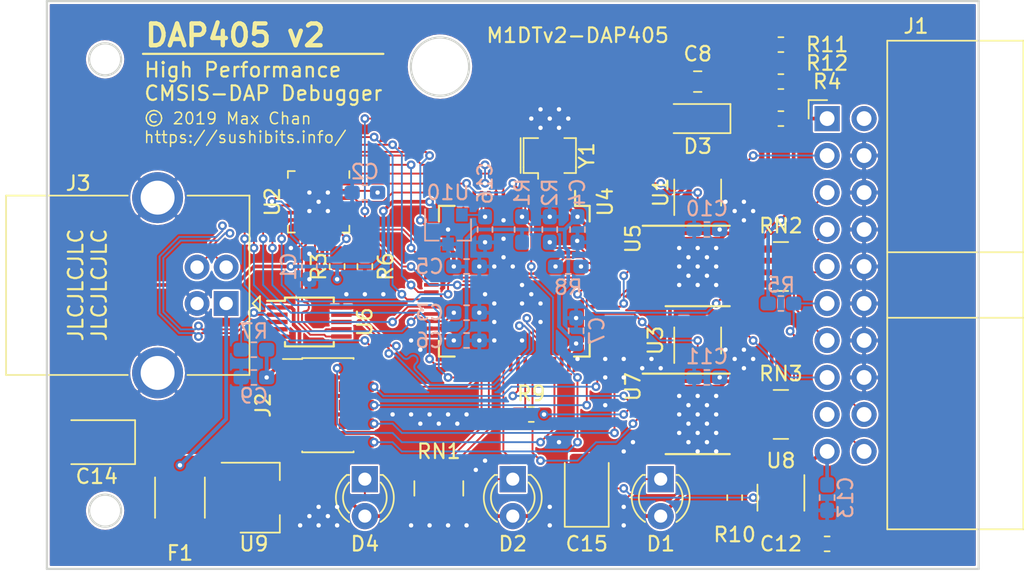
<source format=kicad_pcb>
(kicad_pcb (version 20171130) (host pcbnew "(5.1.2-1)-1")
  (title_block (date 2019-05-19) (company "SushiBits Projects"))
  (layers (0 F.Cu signal) (31 B.Cu signal) (34 B.Paste user) (35 F.Paste user) (36 B.SilkS user) (37 F.SilkS user) (38 B.Mask user) (39 F.Mask user) (44 Edge.Cuts user))
  (net 0 "")
  (net 1 +5V)
  (net 2 GND)
  (net 3 +3V3)
  (net 4 "Net-(D1-Pad1)")
  (net 5 "Net-(D2-Pad1)")
  (net 6 "Net-(F1-Pad2)")
  (net 7 /D-)
  (net 8 /D+)
  (net 9 /ULPI_D0)
  (net 10 /ULPI_D1)
  (net 11 /ULPI_D2)
  (net 12 /ULPI_D3)
  (net 13 /ULPI_D4)
  (net 14 /ULPI_D5)
  (net 15 /ULPI_D6)
  (net 16 /ULPI_D7)
  (net 17 /ULPI_CLK)
  (net 18 /ULPI_STP)
  (net 19 /ULPI_DIR)
  (net 20 /ULPI_NXT)
  (net 21 /~RESET)
  (net 22 /TDO)
  (net 23 /TDI)
  (net 24 /TCK)
  (net 25 /TMS)
  (net 26 +3.3VA)
  (net 27 /T_TDO)
  (net 28 /T_RTCK)
  (net 29 /T_TCK)
  (net 30 /T_TMS)
  (net 31 /T_TDI)
  (net 32 /T_~TRST)
  (net 33 VDD)
  (net 34 /D_~TRST)
  (net 35 /D_TDI)
  (net 36 /D_TMS)
  (net 37 /D_TCK)
  (net 38 /D_TDO)
  (net 39 /D_RXD)
  (net 40 /D_TXD)
  (net 41 /T_RXD)
  (net 42 /T_TXD)
  (net 43 /T_5V)
  (net 44 /LED_ACT)
  (net 45 /LED_CON)
  (net 46 /D_5V)
  (net 47 /T_~SRST)
  (net 48 "Net-(RN2-Pad4)")
  (net 49 "Net-(RN2-Pad2)")
  (net 50 "Net-(RN2-Pad3)")
  (net 51 "Net-(RN2-Pad1)")
  (net 52 /D_~SRST)
  (net 53 /D_~OE)
  (net 54 /R_TMS)
  (net 55 "Net-(RN3-Pad4)")
  (net 56 "Net-(RN3-Pad2)")
  (net 57 "Net-(RN3-Pad3)")
  (net 58 "Net-(RN3-Pad1)")
  (net 59 /D_RTCK)
  (net 60 /R_TXD)
  (net 61 /T_VTGT)
  (net 62 "Net-(C3-Pad1)")
  (net 63 "Net-(R3-Pad1)")
  (net 64 /UFS_D+)
  (net 65 /UFS_D-)
  (net 66 /ULPI_MCLK)
  (net 67 "Net-(R6-Pad1)")
  (net 68 /UHS_D-)
  (net 69 /UHS_D+)
  (net 70 /D_TMSO)
  (net 71 /ULPI_~RST)
  (net 72 /USEL)
  (net 73 /D_TXDO)
  (net 74 /D_VTGT)
  (net 75 "Net-(C1-Pad1)")
  (net 76 "Net-(C2-Pad1)")
  (net 77 "Net-(D4-Pad1)")
  (net 78 "Net-(R2-Pad1)")
  (net 79 "Net-(R10-Pad1)")
  (net 80 "Net-(U4-Pad6)")
  (net 81 "Net-(U4-Pad5)")
  (module Resistor_SMD:R_0603_1608Metric_Pad1.05x0.95mm_HandSolder (layer F.Cu) (at 168.415 83.49 180)
    (fp_text reference R12 (at -3.175 -1.27) (layer F.SilkS))
    (fp_text value 30k)
    (pad 2 smd roundrect (at 0.875 0 180) (size 1.05 0.95) (layers F.Cu F.Paste F.Mask) (net 74 /D_VTGT))
    (pad 1 smd roundrect (at -0.875 0 180) (size 1.05 0.95) (layers F.Cu F.Paste F.Mask) (net 2 GND))
  )
  (module Resistor_SMD:R_0603_1608Metric_Pad1.05x0.95mm_HandSolder (layer F.Cu) (at 168.415 86.03)
    (fp_text reference R11 (at 3.175 -2.54) (layer F.SilkS))
    (fp_text value 20k)
    (pad 2 smd roundrect (at 0.875 0) (size 1.05 0.95) (layers F.Cu F.Paste F.Mask) (net 61 /T_VTGT))
    (pad 1 smd roundrect (at -0.875 0) (size 1.05 0.95) (layers F.Cu F.Paste F.Mask) (net 74 /D_VTGT))
  )
  (module Resistor_SMD:R_0603_1608Metric_Pad1.05x0.95mm_HandSolder (layer F.Cu) (at 151.27 108.89)
    (fp_text reference R9 (at 0 -1.43) (layer F.SilkS))
    (fp_text value 510)
    (pad 2 smd roundrect (at 0.875 0) (size 1.05 0.95) (layers F.Cu F.Paste F.Mask) (net 40 /D_TXD))
    (pad 1 smd roundrect (at -0.875 0) (size 1.05 0.95) (layers F.Cu F.Paste F.Mask) (net 73 /D_TXDO))
  )
  (module Capacitor_SMD:C_0805_2012Metric_Pad1.15x1.40mm_HandSolder (layer F.Cu) (at 162.7 86.03)
    (fp_text reference C8 (at 0 -1.905) (layer F.SilkS))
    (fp_text value 10µ)
    (pad 2 smd roundrect (at 1.025 0) (size 1.15 1.4) (layers F.Cu F.Paste F.Mask) (roundrect_rratio 0.217391) (net 33 VDD))
    (pad 1 smd roundrect (at -1.025 0) (size 1.15 1.4) (layers F.Cu F.Paste F.Mask) (roundrect_rratio 0.217391) (net 2 GND))
  )
  (module Capacitor_SMD:C_0603_1608Metric_Pad1.05x0.95mm_HandSolder (layer B.Cu) (at 163.335 106.35 180)
    (fp_text reference C11 (at 0 1.43) (layer B.SilkS) (effects (justify mirror)))
    (fp_text value 100n)
    (pad 2 smd roundrect (at 0.875 0 180) (size 1.05 0.95) (layers B.Cu B.Paste B.Mask) (net 2 GND))
    (pad 1 smd roundrect (at -0.875 0 180) (size 1.05 0.95) (layers B.Cu B.Paste B.Mask) (net 3 +3V3))
  )
  (module Capacitor_SMD:C_0603_1608Metric_Pad1.05x0.95mm_HandSolder (layer B.Cu) (at 163.335 96.19 180)
    (fp_text reference C10 (at 0 1.43) (layer B.SilkS) (effects (justify mirror)))
    (fp_text value 100n)
    (pad 2 smd roundrect (at 0.875 0 180) (size 1.05 0.95) (layers B.Cu B.Paste B.Mask) (net 2 GND))
    (pad 1 smd roundrect (at -0.875 0 180) (size 1.05 0.95) (layers B.Cu B.Paste B.Mask) (net 3 +3V3))
  )
  (module Capacitor_SMD:C_0603_1608Metric_Pad1.05x0.95mm_HandSolder (layer B.Cu) (at 132.22 106.35 180)
    (fp_text reference C9 (at 0 -1.27) (layer B.SilkS) (effects (justify mirror)))
    (fp_text value 100n)
    (pad 2 smd roundrect (at 0.875 0 180) (size 1.05 0.95) (layers B.Cu B.Paste B.Mask) (net 2 GND))
    (pad 1 smd roundrect (at -0.875 0 180) (size 1.05 0.95) (layers B.Cu B.Paste B.Mask) (net 3 +3V3))
  )
  (module Resistor_SMD:R_0603_1608Metric_Pad1.05x0.95mm_HandSolder (layer B.Cu) (at 132.22 104.445)
    (fp_text reference R7 (at 0 -1.27) (layer B.SilkS) (effects (justify mirror)))
    (fp_text value 10k)
    (pad 2 smd roundrect (at 0.875 0) (size 1.05 0.95) (layers B.Cu B.Paste B.Mask) (net 3 +3V3))
    (pad 1 smd roundrect (at -0.875 0) (size 1.05 0.95) (layers B.Cu B.Paste B.Mask) (net 72 /USEL))
  )
  (module Package_SO:MSOP-10_3x3mm_P0.5mm (layer F.Cu) (at 136.03 102.54)
    (fp_text reference U6 (at 3.81 0 90) (layer F.SilkS))
    (fp_text value FSUSB42MUX)
    (pad 10 smd rect (at 2.2 -1) (size 1.4 0.3) (layers F.Cu F.Paste F.Mask) (net 2 GND))
    (pad 9 smd rect (at 2.2 -0.5) (size 1.4 0.3) (layers F.Cu F.Paste F.Mask) (net 65 /UFS_D-))
    (pad 8 smd rect (at 2.2 0) (size 1.4 0.3) (layers F.Cu F.Paste F.Mask) (net 64 /UFS_D+))
    (pad 7 smd rect (at 2.2 0.5) (size 1.4 0.3) (layers F.Cu F.Paste F.Mask) (net 68 /UHS_D-))
    (pad 6 smd rect (at 2.2 1) (size 1.4 0.3) (layers F.Cu F.Paste F.Mask) (net 69 /UHS_D+))
    (pad 5 smd rect (at -2.2 1) (size 1.4 0.3) (layers F.Cu F.Paste F.Mask) (net 2 GND))
    (pad 4 smd rect (at -2.2 0.5) (size 1.4 0.3) (layers F.Cu F.Paste F.Mask) (net 8 /D+))
    (pad 3 smd rect (at -2.2 0) (size 1.4 0.3) (layers F.Cu F.Paste F.Mask) (net 7 /D-))
    (pad 2 smd rect (at -2.2 -0.5) (size 1.4 0.3) (layers F.Cu F.Paste F.Mask) (net 72 /USEL))
    (pad 1 smd rect (at -2.2 -1) (size 1.4 0.3) (layers F.Cu F.Paste F.Mask) (net 3 +3V3))
  )
  (module Fuse:Fuse_1812_4532Metric_Pad1.30x3.40mm_HandSolder (layer F.Cu) (at 127.14 114.605 90)
    (fp_text reference F1 (at -3.81 0 180) (layer F.SilkS))
    (fp_text value 500mA)
    (pad 1 smd roundrect (at -2.225 0 90) (size 1.3 3.4) (layers F.Cu F.Paste F.Mask) (roundrect_rratio 0.192308) (net 1 +5V))
    (pad 2 smd roundrect (at 2.225 0 90) (size 1.3 3.4) (layers F.Cu F.Paste F.Mask) (roundrect_rratio 0.192308) (net 6 "Net-(F1-Pad2)"))
  )
  (module Resistor_SMD:R_0603_1608Metric_Pad1.05x0.95mm_HandSolder (layer B.Cu) (at 153.81 98.73)
    (fp_text reference R8 (at 0 1.43) (layer B.SilkS) (effects (justify mirror)))
    (fp_text value 510)
    (pad 2 smd roundrect (at 0.875 0) (size 1.05 0.95) (layers B.Cu B.Paste B.Mask) (net 36 /D_TMS))
    (pad 1 smd roundrect (at -0.875 0) (size 1.05 0.95) (layers B.Cu B.Paste B.Mask) (net 70 /D_TMSO))
  )
  (module Capacitor_SMD:C_0603_1608Metric_Pad1.05x0.95mm_HandSolder (layer B.Cu) (at 154.35 103.145 90)
    (fp_text reference C7 (at 0 1.43 90) (layer B.SilkS) (effects (justify mirror)))
    (fp_text value 100n)
    (pad 2 smd roundrect (at 0.875 0 90) (size 1.05 0.95) (layers B.Cu B.Paste B.Mask) (net 2 GND))
    (pad 1 smd roundrect (at -0.875 0 90) (size 1.05 0.95) (layers B.Cu B.Paste B.Mask) (net 3 +3V3))
  )
  (module Capacitor_SMD:C_0603_1608Metric_Pad1.05x0.95mm_HandSolder (layer B.Cu) (at 146.825 103.81)
    (fp_text reference C6 (at -2.54 0) (layer B.SilkS) (effects (justify mirror)))
    (fp_text value 100n)
    (pad 2 smd roundrect (at 0.875 0) (size 1.05 0.95) (layers B.Cu B.Paste B.Mask) (net 2 GND))
    (pad 1 smd roundrect (at -0.875 0) (size 1.05 0.95) (layers B.Cu B.Paste B.Mask) (net 3 +3V3))
  )
  (module Capacitor_SMD:C_0603_1608Metric_Pad1.05x0.95mm_HandSolder (layer B.Cu) (at 146.825 98.73)
    (fp_text reference C5 (at -2.54 0) (layer B.SilkS) (effects (justify mirror)))
    (fp_text value 100n)
    (pad 2 smd roundrect (at 0.875 0) (size 1.05 0.95) (layers B.Cu B.Paste B.Mask) (net 2 GND))
    (pad 1 smd roundrect (at -0.875 0) (size 1.05 0.95) (layers B.Cu B.Paste B.Mask) (net 3 +3V3))
  )
  (module Capacitor_SMD:C_0603_1608Metric_Pad1.05x0.95mm_HandSolder (layer B.Cu) (at 154.445 96.19 270)
    (fp_text reference C4 (at -2.54 0 90) (layer B.SilkS) (effects (justify mirror)))
    (fp_text value 100n)
    (pad 2 smd roundrect (at 0.875 0 270) (size 1.05 0.95) (layers B.Cu B.Paste B.Mask) (net 2 GND))
    (pad 1 smd roundrect (at -0.875 0 270) (size 1.05 0.95) (layers B.Cu B.Paste B.Mask) (net 3 +3V3))
  )
  (module Package_DFN_QFN:QFN-24-1EP_4x4mm_P0.5mm_EP2.6x2.6mm (layer F.Cu) (at 136.665 94.285 270)
    (fp_text reference U2 (at 0 3.175 270) (layer F.SilkS))
    (fp_text value USB3343)
    (pad 24 smd roundrect (at -1.25 -1.9375 270) (size 0.25 0.825) (layers F.Cu F.Paste F.Mask) (net 18 /ULPI_STP))
    (pad 23 smd roundrect (at -0.75 -1.9375 270) (size 0.25 0.825) (layers F.Cu F.Paste F.Mask) (net 76 "Net-(C2-Pad1)"))
    (pad 22 smd roundrect (at -0.25 -1.9375 270) (size 0.25 0.825) (layers F.Cu F.Paste F.Mask) (net 71 /ULPI_~RST))
    (pad 21 smd roundrect (at 0.25 -1.9375 270) (size 0.25 0.825) (layers F.Cu F.Paste F.Mask) (net 66 /ULPI_MCLK))
    (pad 20 smd roundrect (at 0.75 -1.9375 270) (size 0.25 0.825) (layers F.Cu F.Paste F.Mask))
    (pad 19 smd roundrect (at 1.25 -1.9375 270) (size 0.25 0.825) (layers F.Cu F.Paste F.Mask) (net 67 "Net-(R6-Pad1)"))
    (pad 18 smd roundrect (at 1.9375 -1.25 270) (size 0.825 0.25) (layers F.Cu F.Paste F.Mask) (net 75 "Net-(C1-Pad1)"))
    (pad 17 smd roundrect (at 1.9375 -0.75 270) (size 0.825 0.25) (layers F.Cu F.Paste F.Mask) (net 63 "Net-(R3-Pad1)"))
    (pad 16 smd roundrect (at 1.9375 -0.25 270) (size 0.825 0.25) (layers F.Cu F.Paste F.Mask) (net 1 +5V))
    (pad 15 smd roundrect (at 1.9375 0.25 270) (size 0.825 0.25) (layers F.Cu F.Paste F.Mask) (net 75 "Net-(C1-Pad1)"))
    (pad 14 smd roundrect (at 1.9375 0.75 270) (size 0.825 0.25) (layers F.Cu F.Paste F.Mask) (net 68 /UHS_D-))
    (pad 13 smd roundrect (at 1.9375 1.25 270) (size 0.825 0.25) (layers F.Cu F.Paste F.Mask) (net 69 /UHS_D+))
    (pad 12 smd roundrect (at 1.25 1.9375 270) (size 0.25 0.825) (layers F.Cu F.Paste F.Mask) (net 16 /ULPI_D7))
    (pad 11 smd roundrect (at 0.75 1.9375 270) (size 0.25 0.825) (layers F.Cu F.Paste F.Mask) (net 15 /ULPI_D6))
    (pad 10 smd roundrect (at 0.25 1.9375 270) (size 0.25 0.825) (layers F.Cu F.Paste F.Mask) (net 14 /ULPI_D5))
    (pad 9 smd roundrect (at -0.25 1.9375 270) (size 0.25 0.825) (layers F.Cu F.Paste F.Mask) (net 75 "Net-(C1-Pad1)"))
    (pad 8 smd roundrect (at -0.75 1.9375 270) (size 0.25 0.825) (layers F.Cu F.Paste F.Mask) (net 13 /ULPI_D4))
    (pad 7 smd roundrect (at -1.25 1.9375 270) (size 0.25 0.825) (layers F.Cu F.Paste F.Mask) (net 12 /ULPI_D3))
    (pad 6 smd roundrect (at -1.9375 1.25 270) (size 0.825 0.25) (layers F.Cu F.Paste F.Mask) (net 11 /ULPI_D2))
    (pad 5 smd roundrect (at -1.9375 0.75 270) (size 0.825 0.25) (layers F.Cu F.Paste F.Mask) (net 10 /ULPI_D1))
    (pad 4 smd roundrect (at -1.9375 0.25 270) (size 0.825 0.25) (layers F.Cu F.Paste F.Mask) (net 9 /ULPI_D0))
    (pad 3 smd roundrect (at -1.9375 -0.25 270) (size 0.825 0.25) (layers F.Cu F.Paste F.Mask) (net 20 /ULPI_NXT))
    (pad 2 smd roundrect (at -1.9375 -0.75 270) (size 0.825 0.25) (layers F.Cu F.Paste F.Mask) (net 17 /ULPI_CLK))
    (pad 1 smd roundrect (at -1.9375 -1.25 270) (size 0.825 0.25) (layers F.Cu F.Paste F.Mask) (net 19 /ULPI_DIR))
    (pad 25 smd roundrect (at 0 0 270) (size 2.6 2.6) (layers F.Cu F.Mask) (roundrect_rratio 0.096154) (net 2 GND))
  )
  (module Resistor_SMD:R_0603_1608Metric_Pad1.05x0.95mm_HandSolder (layer F.Cu) (at 139.84 98.73 270)
    (fp_text reference R6 (at 0 -1.43 90) (layer F.SilkS))
    (fp_text value 8.06k)
    (pad 2 smd roundrect (at 0.875 0 270) (size 1.05 0.95) (layers F.Cu F.Paste F.Mask) (net 2 GND))
    (pad 1 smd roundrect (at -0.875 0 270) (size 1.05 0.95) (layers F.Cu F.Paste F.Mask) (net 67 "Net-(R6-Pad1)"))
  )
  (module Resistor_SMD:R_0603_1608Metric_Pad1.05x0.95mm_HandSolder (layer F.Cu) (at 137.935 98.73 270)
    (fp_text reference R3 (at 0 1.27 90) (layer F.SilkS))
    (fp_text value 10k)
    (pad 2 smd roundrect (at 0.875 0 270) (size 1.05 0.95) (layers F.Cu F.Paste F.Mask) (net 1 +5V))
    (pad 1 smd roundrect (at -0.875 0 270) (size 1.05 0.95) (layers F.Cu F.Paste F.Mask) (net 63 "Net-(R3-Pad1)"))
  )
  (module Capacitor_SMD:C_0603_1608Metric_Pad1.05x0.95mm_HandSolder (layer B.Cu) (at 139.84 93.65 180)
    (fp_text reference C2 (at 0 1.43 180) (layer B.SilkS) (effects (justify mirror)))
    (fp_text value 1µ)
    (pad 2 smd roundrect (at 0.875 0 180) (size 1.05 0.95) (layers B.Cu B.Paste B.Mask) (net 2 GND))
    (pad 1 smd roundrect (at -0.875 0 180) (size 1.05 0.95) (layers B.Cu B.Paste B.Mask) (net 76 "Net-(C2-Pad1)"))
  )
  (module Capacitor_SMD:C_0603_1608Metric_Pad1.05x0.95mm_HandSolder (layer B.Cu) (at 136.03 98.73 270)
    (fp_text reference C1 (at 0 1.43 270) (layer B.SilkS) (effects (justify mirror)))
    (fp_text value 1µ)
    (pad 2 smd roundrect (at 0.875 0 270) (size 1.05 0.95) (layers B.Cu B.Paste B.Mask) (net 2 GND))
    (pad 1 smd roundrect (at -0.875 0 270) (size 1.05 0.95) (layers B.Cu B.Paste B.Mask) (net 75 "Net-(C1-Pad1)"))
  )
  (module Crystal:Resonator_SMD_muRata_CSTxExxV-3Pin_3.0x1.1mm (layer F.Cu) (at 152.54 91.11)
    (fp_text reference Y1 (at 2.54 0 90) (layer F.SilkS))
    (fp_text value 16M)
    (pad 3 smd rect (at 1.2 0) (size 0.4 1.9) (layers F.Cu F.Paste F.Mask) (net 81 "Net-(U4-Pad5)"))
    (pad 2 smd rect (at 0 0) (size 0.4 1.9) (layers F.Cu F.Paste F.Mask) (net 2 GND))
    (pad 1 smd rect (at -1.2 0) (size 0.4 1.9) (layers F.Cu F.Paste F.Mask) (net 80 "Net-(U4-Pad6)"))
  )
  (module Package_QFP:LQFP-64_10x10mm_P0.5mm (layer F.Cu) (at 150.105 99.74 270)
    (fp_text reference U4 (at -5.455 -6.245 90) (layer F.SilkS))
    (fp_text value STM32F446RCTx)
    (pad 64 smd rect (at -3.75 -5.7) (size 1 0.25) (layers F.Cu F.Paste F.Mask) (net 3 +3V3))
    (pad 63 smd rect (at -3.25 -5.7) (size 1 0.25) (layers F.Cu F.Paste F.Mask) (net 2 GND))
    (pad 62 smd rect (at -2.75 -5.7) (size 1 0.25) (layers F.Cu F.Paste F.Mask) (net 54 /R_TMS))
    (pad 61 smd rect (at -2.25 -5.7) (size 1 0.25) (layers F.Cu F.Paste F.Mask) (net 35 /D_TDI))
    (pad 60 smd rect (at -1.75 -5.7) (size 1 0.25) (layers F.Cu F.Paste F.Mask) (net 78 "Net-(R2-Pad1)"))
    (pad 59 smd rect (at -1.25 -5.7) (size 1 0.25) (layers F.Cu F.Paste F.Mask) (net 70 /D_TMSO))
    (pad 58 smd rect (at -0.75 -5.7) (size 1 0.25) (layers F.Cu F.Paste F.Mask) (net 36 /D_TMS))
    (pad 57 smd rect (at -0.25 -5.7) (size 1 0.25) (layers F.Cu F.Paste F.Mask) (net 16 /ULPI_D7))
    (pad 56 smd rect (at 0.25 -5.7) (size 1 0.25) (layers F.Cu F.Paste F.Mask) (net 53 /D_~OE))
    (pad 55 smd rect (at 0.75 -5.7) (size 1 0.25) (layers F.Cu F.Paste F.Mask) (net 22 /TDO))
    (pad 54 smd rect (at 1.25 -5.7) (size 1 0.25) (layers F.Cu F.Paste F.Mask) (net 38 /D_TDO))
    (pad 53 smd rect (at 1.75 -5.7) (size 1 0.25) (layers F.Cu F.Paste F.Mask) (net 37 /D_TCK))
    (pad 52 smd rect (at 2.25 -5.7) (size 1 0.25) (layers F.Cu F.Paste F.Mask) (net 52 /D_~SRST))
    (pad 51 smd rect (at 2.75 -5.7) (size 1 0.25) (layers F.Cu F.Paste F.Mask) (net 60 /R_TXD))
    (pad 50 smd rect (at 3.25 -5.7) (size 1 0.25) (layers F.Cu F.Paste F.Mask) (net 23 /TDI))
    (pad 49 smd rect (at 3.75 -5.7) (size 1 0.25) (layers F.Cu F.Paste F.Mask) (net 24 /TCK))
    (pad 48 smd rect (at 5.7 -3.75 270) (size 1 0.25) (layers F.Cu F.Paste F.Mask) (net 3 +3V3))
    (pad 47 smd rect (at 5.7 -3.25 270) (size 1 0.25) (layers F.Cu F.Paste F.Mask) (net 2 GND))
    (pad 46 smd rect (at 5.7 -2.75 270) (size 1 0.25) (layers F.Cu F.Paste F.Mask) (net 25 /TMS))
    (pad 45 smd rect (at 5.7 -2.25 270) (size 1 0.25) (layers F.Cu F.Paste F.Mask) (net 64 /UFS_D+))
    (pad 44 smd rect (at 5.7 -1.75 270) (size 1 0.25) (layers F.Cu F.Paste F.Mask) (net 65 /UFS_D-))
    (pad 43 smd rect (at 5.7 -1.25 270) (size 1 0.25) (layers F.Cu F.Paste F.Mask) (net 39 /D_RXD))
    (pad 42 smd rect (at 5.7 -0.75 270) (size 1 0.25) (layers F.Cu F.Paste F.Mask) (net 73 /D_TXDO))
    (pad 41 smd rect (at 5.7 -0.25 270) (size 1 0.25) (layers F.Cu F.Paste F.Mask) (net 59 /D_RTCK))
    (pad 40 smd rect (at 5.7 0.25 270) (size 1 0.25) (layers F.Cu F.Paste F.Mask) (net 66 /ULPI_MCLK))
    (pad 39 smd rect (at 5.7 0.75 270) (size 1 0.25) (layers F.Cu F.Paste F.Mask) (net 46 /D_5V))
    (pad 38 smd rect (at 5.7 1.25 270) (size 1 0.25) (layers F.Cu F.Paste F.Mask))
    (pad 37 smd rect (at 5.7 1.75 270) (size 1 0.25) (layers F.Cu F.Paste F.Mask) (net 44 /LED_ACT))
    (pad 36 smd rect (at 5.7 2.25 270) (size 1 0.25) (layers F.Cu F.Paste F.Mask) (net 45 /LED_CON))
    (pad 35 smd rect (at 5.7 2.75 270) (size 1 0.25) (layers F.Cu F.Paste F.Mask) (net 72 /USEL))
    (pad 34 smd rect (at 5.7 3.25 270) (size 1 0.25) (layers F.Cu F.Paste F.Mask) (net 15 /ULPI_D6))
    (pad 33 smd rect (at 5.7 3.75 270) (size 1 0.25) (layers F.Cu F.Paste F.Mask) (net 14 /ULPI_D5))
    (pad 32 smd rect (at 3.75 5.7) (size 1 0.25) (layers F.Cu F.Paste F.Mask) (net 3 +3V3))
    (pad 31 smd rect (at 3.25 5.7) (size 1 0.25) (layers F.Cu F.Paste F.Mask) (net 2 GND))
    (pad 30 smd rect (at 2.75 5.7) (size 1 0.25) (layers F.Cu F.Paste F.Mask) (net 62 "Net-(C3-Pad1)"))
    (pad 29 smd rect (at 2.25 5.7) (size 1 0.25) (layers F.Cu F.Paste F.Mask) (net 12 /ULPI_D3))
    (pad 28 smd rect (at 1.75 5.7) (size 1 0.25) (layers F.Cu F.Paste F.Mask) (net 13 /ULPI_D4))
    (pad 27 smd rect (at 1.25 5.7) (size 1 0.25) (layers F.Cu F.Paste F.Mask) (net 11 /ULPI_D2))
    (pad 26 smd rect (at 0.75 5.7) (size 1 0.25) (layers F.Cu F.Paste F.Mask) (net 10 /ULPI_D1))
    (pad 25 smd rect (at 0.25 5.7) (size 1 0.25) (layers F.Cu F.Paste F.Mask))
    (pad 24 smd rect (at -0.25 5.7) (size 1 0.25) (layers F.Cu F.Paste F.Mask))
    (pad 23 smd rect (at -0.75 5.7) (size 1 0.25) (layers F.Cu F.Paste F.Mask))
    (pad 22 smd rect (at -1.25 5.7) (size 1 0.25) (layers F.Cu F.Paste F.Mask))
    (pad 21 smd rect (at -1.75 5.7) (size 1 0.25) (layers F.Cu F.Paste F.Mask) (net 17 /ULPI_CLK))
    (pad 20 smd rect (at -2.25 5.7) (size 1 0.25) (layers F.Cu F.Paste F.Mask) (net 74 /D_VTGT))
    (pad 19 smd rect (at -2.75 5.7) (size 1 0.25) (layers F.Cu F.Paste F.Mask) (net 3 +3V3))
    (pad 18 smd rect (at -3.25 5.7) (size 1 0.25) (layers F.Cu F.Paste F.Mask) (net 2 GND))
    (pad 17 smd rect (at -3.75 5.7) (size 1 0.25) (layers F.Cu F.Paste F.Mask) (net 9 /ULPI_D0))
    (pad 16 smd rect (at -5.7 3.75 270) (size 1 0.25) (layers F.Cu F.Paste F.Mask) (net 71 /ULPI_~RST))
    (pad 15 smd rect (at -5.7 3.25 270) (size 1 0.25) (layers F.Cu F.Paste F.Mask))
    (pad 14 smd rect (at -5.7 2.75 270) (size 1 0.25) (layers F.Cu F.Paste F.Mask))
    (pad 13 smd rect (at -5.7 2.25 270) (size 1 0.25) (layers F.Cu F.Paste F.Mask) (net 26 +3.3VA))
    (pad 12 smd rect (at -5.7 1.75 270) (size 1 0.25) (layers F.Cu F.Paste F.Mask) (net 2 GND))
    (pad 11 smd rect (at -5.7 1.25 270) (size 1 0.25) (layers F.Cu F.Paste F.Mask) (net 20 /ULPI_NXT))
    (pad 10 smd rect (at -5.7 0.75 270) (size 1 0.25) (layers F.Cu F.Paste F.Mask) (net 19 /ULPI_DIR))
    (pad 9 smd rect (at -5.7 0.25 270) (size 1 0.25) (layers F.Cu F.Paste F.Mask))
    (pad 8 smd rect (at -5.7 -0.25 270) (size 1 0.25) (layers F.Cu F.Paste F.Mask) (net 18 /ULPI_STP))
    (pad 7 smd rect (at -5.7 -0.75 270) (size 1 0.25) (layers F.Cu F.Paste F.Mask) (net 21 /~RESET))
    (pad 6 smd rect (at -5.7 -1.25 270) (size 1 0.25) (layers F.Cu F.Paste F.Mask) (net 80 "Net-(U4-Pad6)"))
    (pad 5 smd rect (at -5.7 -1.75 270) (size 1 0.25) (layers F.Cu F.Paste F.Mask) (net 81 "Net-(U4-Pad5)"))
    (pad 4 smd rect (at -5.7 -2.25 270) (size 1 0.25) (layers F.Cu F.Paste F.Mask))
    (pad 3 smd rect (at -5.7 -2.75 270) (size 1 0.25) (layers F.Cu F.Paste F.Mask))
    (pad 2 smd rect (at -5.7 -3.25 270) (size 1 0.25) (layers F.Cu F.Paste F.Mask) (net 34 /D_~TRST))
    (pad 1 smd rect (at -5.7 -3.75 270) (size 1 0.25) (layers F.Cu F.Paste F.Mask) (net 3 +3V3))
  )
  (module Resistor_SMD:R_0603_1608Metric_Pad1.05x0.95mm_HandSolder (layer B.Cu) (at 152.54 96.19 90)
    (fp_text reference R2 (at 2.54 0 90) (layer B.SilkS) (effects (justify mirror)))
    (fp_text value 10k)
    (pad 2 smd roundrect (at 0.875 0 90) (size 1.05 0.95) (layers B.Cu B.Paste B.Mask) (net 2 GND))
    (pad 1 smd roundrect (at -0.875 0 90) (size 1.05 0.95) (layers B.Cu B.Paste B.Mask) (net 78 "Net-(R2-Pad1)"))
  )
  (module Resistor_SMD:R_0603_1608Metric_Pad1.05x0.95mm_HandSolder (layer B.Cu) (at 150.635 96.19 90)
    (fp_text reference R1 (at 2.54 0 90) (layer B.SilkS) (effects (justify mirror)))
    (fp_text value 10k)
    (pad 2 smd roundrect (at 0.875 0 90) (size 1.05 0.95) (layers B.Cu B.Paste B.Mask) (net 21 /~RESET))
    (pad 1 smd roundrect (at -0.875 0 90) (size 1.05 0.95) (layers B.Cu B.Paste B.Mask) (net 3 +3V3))
  )
  (module Capacitor_SMD:C_0603_1608Metric_Pad1.05x0.95mm_HandSolder (layer B.Cu) (at 146.825 101.905)
    (fp_text reference C3 (at -2.54 0) (layer B.SilkS) (effects (justify mirror)))
    (fp_text value 4.7µ)
    (pad 2 smd roundrect (at 0.875 0) (size 1.05 0.95) (layers B.Cu B.Paste B.Mask) (net 2 GND))
    (pad 1 smd roundrect (at -0.875 0) (size 1.05 0.95) (layers B.Cu B.Paste B.Mask) (net 62 "Net-(C3-Pad1)"))
  )
  (module Package_SO:TSSOP-16_4.4x5mm_P0.65mm (layer F.Cu) (at 162.7 108.89)
    (fp_text reference U7 (at -4.445 -1.905 90) (layer F.SilkS))
    (fp_text value SN74AVC4T774)
    (pad 16 smd rect (at 2.95 -2.275) (size 1.5 0.45) (layers F.Cu F.Paste F.Mask) (net 3 +3V3))
    (pad 15 smd rect (at 2.95 -1.625) (size 1.5 0.45) (layers F.Cu F.Paste F.Mask) (net 33 VDD))
    (pad 14 smd rect (at 2.95 -0.975) (size 1.5 0.45) (layers F.Cu F.Paste F.Mask) (net 58 "Net-(RN3-Pad1)"))
    (pad 13 smd rect (at 2.95 -0.325) (size 1.5 0.45) (layers F.Cu F.Paste F.Mask) (net 56 "Net-(RN3-Pad2)"))
    (pad 12 smd rect (at 2.95 0.325) (size 1.5 0.45) (layers F.Cu F.Paste F.Mask) (net 57 "Net-(RN3-Pad3)"))
    (pad 11 smd rect (at 2.95 0.975) (size 1.5 0.45) (layers F.Cu F.Paste F.Mask) (net 55 "Net-(RN3-Pad4)"))
    (pad 10 smd rect (at 2.95 1.625) (size 1.5 0.45) (layers F.Cu F.Paste F.Mask) (net 2 GND))
    (pad 9 smd rect (at 2.95 2.275) (size 1.5 0.45) (layers F.Cu F.Paste F.Mask) (net 2 GND))
    (pad 8 smd rect (at -2.95 2.275) (size 1.5 0.45) (layers F.Cu F.Paste F.Mask) (net 2 GND))
    (pad 7 smd rect (at -2.95 1.625) (size 1.5 0.45) (layers F.Cu F.Paste F.Mask) (net 2 GND))
    (pad 6 smd rect (at -2.95 0.975) (size 1.5 0.45) (layers F.Cu F.Paste F.Mask))
    (pad 5 smd rect (at -2.95 0.325) (size 1.5 0.45) (layers F.Cu F.Paste F.Mask) (net 39 /D_RXD))
    (pad 4 smd rect (at -2.95 -0.325) (size 1.5 0.45) (layers F.Cu F.Paste F.Mask) (net 40 /D_TXD))
    (pad 3 smd rect (at -2.95 -0.975) (size 1.5 0.45) (layers F.Cu F.Paste F.Mask) (net 59 /D_RTCK))
    (pad 2 smd rect (at -2.95 -1.625) (size 1.5 0.45) (layers F.Cu F.Paste F.Mask) (net 60 /R_TXD))
    (pad 1 smd rect (at -2.95 -2.275) (size 1.5 0.45) (layers F.Cu F.Paste F.Mask) (net 2 GND))
  )
  (module Resistor_SMD:R_Array_Convex_4x0603 (layer F.Cu) (at 168.415 108.89)
    (fp_text reference RN3 (at 0 -2.8) (layer F.SilkS))
    (fp_text value 220)
    (pad 5 smd rect (at 0.9 1.2) (size 0.8 0.5) (layers F.Cu F.Paste F.Mask) (net 2 GND))
    (pad 6 smd rect (at 0.9 0.4) (size 0.8 0.4) (layers F.Cu F.Paste F.Mask) (net 41 /T_RXD))
    (pad 8 smd rect (at 0.9 -1.2) (size 0.8 0.5) (layers F.Cu F.Paste F.Mask) (net 28 /T_RTCK))
    (pad 7 smd rect (at 0.9 -0.4) (size 0.8 0.4) (layers F.Cu F.Paste F.Mask) (net 42 /T_TXD))
    (pad 4 smd rect (at -0.9 1.2) (size 0.8 0.5) (layers F.Cu F.Paste F.Mask) (net 55 "Net-(RN3-Pad4)"))
    (pad 2 smd rect (at -0.9 -0.4) (size 0.8 0.4) (layers F.Cu F.Paste F.Mask) (net 56 "Net-(RN3-Pad2)"))
    (pad 3 smd rect (at -0.9 0.4) (size 0.8 0.4) (layers F.Cu F.Paste F.Mask) (net 57 "Net-(RN3-Pad3)"))
    (pad 1 smd rect (at -0.9 -1.2) (size 0.8 0.5) (layers F.Cu F.Paste F.Mask) (net 58 "Net-(RN3-Pad1)"))
  )
  (module Package_SO:TSSOP-16_4.4x5mm_P0.65mm (layer F.Cu) (at 162.7 98.73)
    (fp_text reference U5 (at -4.445 -1.905 90) (layer F.SilkS))
    (fp_text value SN74AVC4T774)
    (pad 16 smd rect (at 2.95 -2.275) (size 1.5 0.45) (layers F.Cu F.Paste F.Mask) (net 3 +3V3))
    (pad 15 smd rect (at 2.95 -1.625) (size 1.5 0.45) (layers F.Cu F.Paste F.Mask) (net 33 VDD))
    (pad 14 smd rect (at 2.95 -0.975) (size 1.5 0.45) (layers F.Cu F.Paste F.Mask) (net 51 "Net-(RN2-Pad1)"))
    (pad 13 smd rect (at 2.95 -0.325) (size 1.5 0.45) (layers F.Cu F.Paste F.Mask) (net 49 "Net-(RN2-Pad2)"))
    (pad 12 smd rect (at 2.95 0.325) (size 1.5 0.45) (layers F.Cu F.Paste F.Mask) (net 50 "Net-(RN2-Pad3)"))
    (pad 11 smd rect (at 2.95 0.975) (size 1.5 0.45) (layers F.Cu F.Paste F.Mask) (net 48 "Net-(RN2-Pad4)"))
    (pad 10 smd rect (at 2.95 1.625) (size 1.5 0.45) (layers F.Cu F.Paste F.Mask) (net 2 GND))
    (pad 9 smd rect (at 2.95 2.275) (size 1.5 0.45) (layers F.Cu F.Paste F.Mask) (net 53 /D_~OE))
    (pad 8 smd rect (at -2.95 2.275) (size 1.5 0.45) (layers F.Cu F.Paste F.Mask) (net 2 GND))
    (pad 7 smd rect (at -2.95 1.625) (size 1.5 0.45) (layers F.Cu F.Paste F.Mask) (net 3 +3V3))
    (pad 6 smd rect (at -2.95 0.975) (size 1.5 0.45) (layers F.Cu F.Paste F.Mask) (net 38 /D_TDO))
    (pad 5 smd rect (at -2.95 0.325) (size 1.5 0.45) (layers F.Cu F.Paste F.Mask) (net 37 /D_TCK))
    (pad 4 smd rect (at -2.95 -0.325) (size 1.5 0.45) (layers F.Cu F.Paste F.Mask) (net 36 /D_TMS))
    (pad 3 smd rect (at -2.95 -0.975) (size 1.5 0.45) (layers F.Cu F.Paste F.Mask) (net 35 /D_TDI))
    (pad 2 smd rect (at -2.95 -1.625) (size 1.5 0.45) (layers F.Cu F.Paste F.Mask) (net 54 /R_TMS))
    (pad 1 smd rect (at -2.95 -2.275) (size 1.5 0.45) (layers F.Cu F.Paste F.Mask) (net 3 +3V3))
  )
  (module Package_TO_SOT_SMD:SOT-23-5 (layer F.Cu) (at 162.7 103.81 90)
    (fp_text reference U3 (at 0 -2.9 90) (layer F.SilkS))
    (fp_text value 74LVC1G07)
    (pad 5 smd rect (at 1.1 -0.95 90) (size 1.06 0.65) (layers F.Cu F.Paste F.Mask) (net 3 +3V3))
    (pad 4 smd rect (at 1.1 0.95 90) (size 1.06 0.65) (layers F.Cu F.Paste F.Mask) (net 47 /T_~SRST))
    (pad 3 smd rect (at -1.1 0.95 90) (size 1.06 0.65) (layers F.Cu F.Paste F.Mask) (net 2 GND))
    (pad 2 smd rect (at -1.1 0 90) (size 1.06 0.65) (layers F.Cu F.Paste F.Mask) (net 52 /D_~SRST))
    (pad 1 smd rect (at -1.1 -0.95 90) (size 1.06 0.65) (layers F.Cu F.Paste F.Mask))
  )
  (module Package_TO_SOT_SMD:SOT-23-5 (layer F.Cu) (at 162.7 93.65 90)
    (fp_text reference U1 (at 0 -2.54 270) (layer F.SilkS))
    (fp_text value 74LVC1G07)
    (pad 5 smd rect (at 1.1 -0.95 90) (size 1.06 0.65) (layers F.Cu F.Paste F.Mask) (net 3 +3V3))
    (pad 4 smd rect (at 1.1 0.95 90) (size 1.06 0.65) (layers F.Cu F.Paste F.Mask) (net 32 /T_~TRST))
    (pad 3 smd rect (at -1.1 0.95 90) (size 1.06 0.65) (layers F.Cu F.Paste F.Mask) (net 2 GND))
    (pad 2 smd rect (at -1.1 0 90) (size 1.06 0.65) (layers F.Cu F.Paste F.Mask) (net 34 /D_~TRST))
    (pad 1 smd rect (at -1.1 -0.95 90) (size 1.06 0.65) (layers F.Cu F.Paste F.Mask))
  )
  (module Resistor_SMD:R_Array_Convex_4x0603 (layer F.Cu) (at 168.415 98.73)
    (fp_text reference RN2 (at 0 -2.8) (layer F.SilkS))
    (fp_text value 220)
    (pad 5 smd rect (at 0.9 1.2) (size 0.8 0.5) (layers F.Cu F.Paste F.Mask) (net 27 /T_TDO))
    (pad 6 smd rect (at 0.9 0.4) (size 0.8 0.4) (layers F.Cu F.Paste F.Mask) (net 29 /T_TCK))
    (pad 8 smd rect (at 0.9 -1.2) (size 0.8 0.5) (layers F.Cu F.Paste F.Mask) (net 31 /T_TDI))
    (pad 7 smd rect (at 0.9 -0.4) (size 0.8 0.4) (layers F.Cu F.Paste F.Mask) (net 30 /T_TMS))
    (pad 4 smd rect (at -0.9 1.2) (size 0.8 0.5) (layers F.Cu F.Paste F.Mask) (net 48 "Net-(RN2-Pad4)"))
    (pad 2 smd rect (at -0.9 -0.4) (size 0.8 0.4) (layers F.Cu F.Paste F.Mask) (net 49 "Net-(RN2-Pad2)"))
    (pad 3 smd rect (at -0.9 0.4) (size 0.8 0.4) (layers F.Cu F.Paste F.Mask) (net 50 "Net-(RN2-Pad3)"))
    (pad 1 smd rect (at -0.9 -1.2) (size 0.8 0.5) (layers F.Cu F.Paste F.Mask) (net 51 "Net-(RN2-Pad1)"))
  )
  (module Resistor_SMD:R_0603_1608Metric_Pad1.05x0.95mm_HandSolder (layer F.Cu) (at 168.415 88.57)
    (fp_text reference R4 (at 3.175 -2.54) (layer F.SilkS))
    (fp_text value 220)
    (pad 2 smd roundrect (at 0.875 0) (size 1.05 0.95) (layers F.Cu F.Paste F.Mask) (net 61 /T_VTGT))
    (pad 1 smd roundrect (at -0.875 0) (size 1.05 0.95) (layers F.Cu F.Paste F.Mask) (net 33 VDD))
  )
  (module Diode_SMD:D_SOD-123 (layer F.Cu) (at 162.7 88.57 180)
    (fp_text reference D3 (at 0 -1.905) (layer F.SilkS))
    (fp_text value BZT52C3V3)
    (pad 2 smd rect (at 1.65 0 180) (size 0.9 1.2) (layers F.Cu F.Paste F.Mask) (net 2 GND))
    (pad 1 smd rect (at -1.65 0 180) (size 0.9 1.2) (layers F.Cu F.Paste F.Mask) (net 33 VDD))
  )
  (module Resistor_SMD:R_0603_1608Metric_Pad1.05x0.95mm_HandSolder (layer F.Cu) (at 165.24 114.605 270)
    (fp_text reference R10 (at 2.54 0) (layer F.SilkS))
    (fp_text value 12k)
    (pad 2 smd roundrect (at 0.875 0 270) (size 1.05 0.95) (layers F.Cu F.Paste F.Mask) (net 2 GND))
    (pad 1 smd roundrect (at -0.875 0 270) (size 1.05 0.95) (layers F.Cu F.Paste F.Mask) (net 79 "Net-(R10-Pad1)"))
  )
  (module Package_TO_SOT_SMD:SOT-23-5 (layer F.Cu) (at 168.415 114.605 270)
    (fp_text reference U8 (at -2.54 0 180) (layer F.SilkS))
    (fp_text value SY6280)
    (pad 5 smd rect (at 1.1 -0.95 270) (size 1.06 0.65) (layers F.Cu F.Paste F.Mask) (net 1 +5V))
    (pad 4 smd rect (at 1.1 0.95 270) (size 1.06 0.65) (layers F.Cu F.Paste F.Mask) (net 46 /D_5V))
    (pad 3 smd rect (at -1.1 0.95 270) (size 1.06 0.65) (layers F.Cu F.Paste F.Mask) (net 79 "Net-(R10-Pad1)"))
    (pad 2 smd rect (at -1.1 0 270) (size 1.06 0.65) (layers F.Cu F.Paste F.Mask) (net 2 GND))
    (pad 1 smd rect (at -1.1 -0.95 270) (size 1.06 0.65) (layers F.Cu F.Paste F.Mask) (net 43 /T_5V))
  )
  (module Capacitor_SMD:C_0603_1608Metric_Pad1.05x0.95mm_HandSolder (layer B.Cu) (at 171.59 114.605 270)
    (fp_text reference C13 (at 0 -1.27 90) (layer B.SilkS) (effects (justify mirror)))
    (fp_text value 1µ)
    (pad 2 smd roundrect (at 0.875 0 270) (size 1.05 0.95) (layers B.Cu B.Paste B.Mask) (net 2 GND))
    (pad 1 smd roundrect (at -0.875 0 270) (size 1.05 0.95) (layers B.Cu B.Paste B.Mask) (net 43 /T_5V))
  )
  (module Capacitor_SMD:C_0603_1608Metric_Pad1.05x0.95mm_HandSolder (layer F.Cu) (at 171.59 117.78)
    (fp_text reference C12 (at -3.175 0) (layer F.SilkS))
    (fp_text value 1µ)
    (pad 2 smd roundrect (at 0.875 0) (size 1.05 0.95) (layers F.Cu F.Paste F.Mask) (net 2 GND))
    (pad 1 smd roundrect (at -0.875 0) (size 1.05 0.95) (layers F.Cu F.Paste F.Mask) (net 1 +5V))
  )
  (module Connector_PinHeader_1.27mm:PinHeader_2x05_P1.27mm_Vertical_SMD (layer F.Cu) (at 137.3 108.255)
    (fp_text reference J2 (at -4.445 0 270) (layer F.SilkS))
    (fp_text value JTAG)
    (pad 10 smd rect (at 1.95 2.54) (size 2.4 0.74) (layers F.Cu F.Paste F.Mask) (net 21 /~RESET))
    (pad 9 smd rect (at -1.95 2.54) (size 2.4 0.74) (layers F.Cu F.Paste F.Mask) (net 2 GND))
    (pad 8 smd rect (at 1.95 1.27) (size 2.4 0.74) (layers F.Cu F.Paste F.Mask) (net 23 /TDI))
    (pad 7 smd rect (at -1.95 1.27) (size 2.4 0.74) (layers F.Cu F.Paste F.Mask))
    (pad 6 smd rect (at 1.95 0) (size 2.4 0.74) (layers F.Cu F.Paste F.Mask) (net 22 /TDO))
    (pad 5 smd rect (at -1.95 0) (size 2.4 0.74) (layers F.Cu F.Paste F.Mask) (net 2 GND))
    (pad 4 smd rect (at 1.95 -1.27) (size 2.4 0.74) (layers F.Cu F.Paste F.Mask) (net 24 /TCK))
    (pad 3 smd rect (at -1.95 -1.27) (size 2.4 0.74) (layers F.Cu F.Paste F.Mask) (net 2 GND))
    (pad 2 smd rect (at 1.95 -2.54) (size 2.4 0.74) (layers F.Cu F.Paste F.Mask) (net 25 /TMS))
    (pad 1 smd rect (at -1.95 -2.54) (size 2.4 0.74) (layers F.Cu F.Paste F.Mask) (net 3 +3V3))
  )
  (module Resistor_SMD:R_0603_1608Metric_Pad1.05x0.95mm_HandSolder (layer B.Cu) (at 168.415 101.27)
    (fp_text reference R5 (at 0 -1.27) (layer B.SilkS) (effects (justify mirror)))
    (fp_text value 1.5k)
    (pad 2 smd roundrect (at 0.875 0) (size 1.05 0.95) (layers B.Cu B.Paste B.Mask) (net 28 /T_RTCK))
    (pad 1 smd roundrect (at -0.875 0) (size 1.05 0.95) (layers B.Cu B.Paste B.Mask) (net 61 /T_VTGT))
  )
  (module Connector_IDC:IDC-Header_2x10_P2.54mm_Horizontal (layer F.Cu) (at 171.59 88.57)
    (fp_text reference J1 (at 6.105 -6.35) (layer F.SilkS))
    (fp_text value Target)
    (pad 20 thru_hole oval (at 2.54 22.86) (size 1.7272 1.7272) (drill 1.016) (layers *.Cu *.Mask) (net 41 /T_RXD))
    (pad 19 thru_hole oval (at 0 22.86) (size 1.7272 1.7272) (drill 1.016) (layers *.Cu *.Mask) (net 43 /T_5V))
    (pad 18 thru_hole oval (at 2.54 20.32) (size 1.7272 1.7272) (drill 1.016) (layers *.Cu *.Mask) (net 42 /T_TXD))
    (pad 17 thru_hole oval (at 0 20.32) (size 1.7272 1.7272) (drill 1.016) (layers *.Cu *.Mask))
    (pad 16 thru_hole oval (at 2.54 17.78) (size 1.7272 1.7272) (drill 1.016) (layers *.Cu *.Mask) (net 2 GND))
    (pad 15 thru_hole oval (at 0 17.78) (size 1.7272 1.7272) (drill 1.016) (layers *.Cu *.Mask) (net 47 /T_~SRST))
    (pad 14 thru_hole oval (at 2.54 15.24) (size 1.7272 1.7272) (drill 1.016) (layers *.Cu *.Mask) (net 2 GND))
    (pad 13 thru_hole oval (at 0 15.24) (size 1.7272 1.7272) (drill 1.016) (layers *.Cu *.Mask) (net 27 /T_TDO))
    (pad 12 thru_hole oval (at 2.54 12.7) (size 1.7272 1.7272) (drill 1.016) (layers *.Cu *.Mask) (net 2 GND))
    (pad 11 thru_hole oval (at 0 12.7) (size 1.7272 1.7272) (drill 1.016) (layers *.Cu *.Mask) (net 28 /T_RTCK))
    (pad 10 thru_hole oval (at 2.54 10.16) (size 1.7272 1.7272) (drill 1.016) (layers *.Cu *.Mask) (net 2 GND))
    (pad 9 thru_hole oval (at 0 10.16) (size 1.7272 1.7272) (drill 1.016) (layers *.Cu *.Mask) (net 29 /T_TCK))
    (pad 8 thru_hole oval (at 2.54 7.62) (size 1.7272 1.7272) (drill 1.016) (layers *.Cu *.Mask) (net 2 GND))
    (pad 7 thru_hole oval (at 0 7.62) (size 1.7272 1.7272) (drill 1.016) (layers *.Cu *.Mask) (net 30 /T_TMS))
    (pad 6 thru_hole oval (at 2.54 5.08) (size 1.7272 1.7272) (drill 1.016) (layers *.Cu *.Mask) (net 2 GND))
    (pad 5 thru_hole oval (at 0 5.08) (size 1.7272 1.7272) (drill 1.016) (layers *.Cu *.Mask) (net 31 /T_TDI))
    (pad 4 thru_hole oval (at 2.54 2.54) (size 1.7272 1.7272) (drill 1.016) (layers *.Cu *.Mask) (net 2 GND))
    (pad 3 thru_hole oval (at 0 2.54) (size 1.7272 1.7272) (drill 1.016) (layers *.Cu *.Mask) (net 32 /T_~TRST))
    (pad 2 thru_hole oval (at 2.54 0) (size 1.7272 1.7272) (drill 1.016) (layers *.Cu *.Mask))
    (pad 1 thru_hole rect (at 0 0) (size 1.7272 1.7272) (drill 1.016) (layers *.Cu *.Mask) (net 61 /T_VTGT))
  )
  (module Capacitor_SMD:C_0603_1608Metric_Pad1.05x0.95mm_HandSolder (layer B.Cu) (at 148.095 96.19 270)
    (fp_text reference C16 (at -3.175 0 90) (layer B.SilkS) (effects (justify mirror)))
    (fp_text value 1µ)
    (pad 2 smd roundrect (at 0.875 0 270) (size 1.05 0.95) (layers B.Cu B.Paste B.Mask) (net 2 GND))
    (pad 1 smd roundrect (at -0.875 0 270) (size 1.05 0.95) (layers B.Cu B.Paste B.Mask) (net 26 +3.3VA))
  )
  (module Package_TO_SOT_SMD:SOT-23 (layer B.Cu) (at 145.555 96.19 270)
    (fp_text reference U10 (at -2.54 0 180) (layer B.SilkS) (effects (justify mirror)))
    (fp_text value REF3033)
    (pad 3 smd rect (at 1 0 270) (size 0.9 0.8) (layers B.Cu B.Paste B.Mask) (net 2 GND))
    (pad 2 smd rect (at -1 -0.95 270) (size 0.9 0.8) (layers B.Cu B.Paste B.Mask) (net 26 +3.3VA))
    (pad 1 smd rect (at -1 0.95 270) (size 0.9 0.8) (layers B.Cu B.Paste B.Mask) (net 1 +5V))
  )
  (module Resistor_SMD:R_Array_Convex_4x0603 (layer F.Cu) (at 144.92 113.97 90)
    (fp_text reference RN1 (at 2.54 0) (layer F.SilkS))
    (fp_text value 220)
    (pad 5 smd rect (at 0.9 1.2 90) (size 0.8 0.5) (layers F.Cu F.Paste F.Mask) (net 44 /LED_ACT))
    (pad 6 smd rect (at 0.9 0.4 90) (size 0.8 0.4) (layers F.Cu F.Paste F.Mask) (net 45 /LED_CON))
    (pad 8 smd rect (at 0.9 -1.2 90) (size 0.8 0.5) (layers F.Cu F.Paste F.Mask) (net 2 GND))
    (pad 7 smd rect (at 0.9 -0.4 90) (size 0.8 0.4) (layers F.Cu F.Paste F.Mask) (net 2 GND))
    (pad 4 smd rect (at -0.9 1.2 90) (size 0.8 0.5) (layers F.Cu F.Paste F.Mask) (net 4 "Net-(D1-Pad1)"))
    (pad 2 smd rect (at -0.9 -0.4 90) (size 0.8 0.4) (layers F.Cu F.Paste F.Mask))
    (pad 3 smd rect (at -0.9 0.4 90) (size 0.8 0.4) (layers F.Cu F.Paste F.Mask) (net 5 "Net-(D2-Pad1)"))
    (pad 1 smd rect (at -0.9 -1.2 90) (size 0.8 0.5) (layers F.Cu F.Paste F.Mask) (net 77 "Net-(D4-Pad1)"))
  )
  (module Package_TO_SOT_SMD:SOT-89-3 (layer F.Cu) (at 132.22 114.605)
    (fp_text reference U9 (at 0 3.175) (layer F.SilkS))
    (fp_text value LT1117-3.3)
    (pad 2 smd trapezoid (at -0.0762 0 90) (size 1.5 1) (rect_delta 0 0.7) (layers F.Cu F.Paste F.Mask) (net 3 +3V3))
    (pad 2 smd rect (at 1.3335 0 270) (size 2.2 1.84) (layers F.Cu F.Paste F.Mask) (net 3 +3V3))
    (pad 3 smd rect (at -1.48 1.5 270) (size 1 1.5) (layers F.Cu F.Paste F.Mask) (net 1 +5V))
    (pad 2 smd rect (at -1.3335 0 270) (size 1 1.8) (layers F.Cu F.Paste F.Mask) (net 3 +3V3))
    (pad 1 smd rect (at -1.48 -1.5 270) (size 1 1.5) (layers F.Cu F.Paste F.Mask) (net 2 GND))
    (pad 2 smd trapezoid (at 2.667 0 270) (size 1.6 0.85) (rect_delta 0 0.6) (layers F.Cu F.Paste F.Mask) (net 3 +3V3))
  )
  (module LED_THT:LED_D3.0mm (layer F.Cu) (at 150 113.335 270)
    (fp_text reference D2 (at 4.445 0) (layer F.SilkS))
    (fp_text value Connect)
    (pad 2 thru_hole circle (at 2.54 0 270) (size 1.8 1.8) (drill 0.9) (layers *.Cu *.Mask) (net 3 +3V3))
    (pad 1 thru_hole rect (at 0 0 270) (size 1.8 1.8) (drill 0.9) (layers *.Cu *.Mask) (net 5 "Net-(D2-Pad1)"))
  )
  (module Capacitor_Tantalum_SMD:CP_EIA-3528-21_Kemet-B_Pad1.50x2.35mm_HandSolder (layer F.Cu) (at 155.08 113.97 90)
    (fp_text reference C15 (at -3.81 0 180) (layer F.SilkS))
    (fp_text value 220µ)
    (pad 2 smd roundrect (at 1.625 0 90) (size 1.5 2.35) (layers F.Cu F.Paste F.Mask) (roundrect_rratio 0.166667) (net 2 GND))
    (pad 1 smd roundrect (at -1.625 0 90) (size 1.5 2.35) (layers F.Cu F.Paste F.Mask) (roundrect_rratio 0.166667) (net 3 +3V3))
  )
  (module Capacitor_Tantalum_SMD:CP_EIA-3528-21_Kemet-B_Pad1.50x2.35mm_HandSolder (layer F.Cu) (at 121.425 110.795 180)
    (fp_text reference C14 (at 0 -2.35 180) (layer F.SilkS))
    (fp_text value 47µ)
    (pad 2 smd roundrect (at 1.625 0 180) (size 1.5 2.35) (layers F.Cu F.Paste F.Mask) (roundrect_rratio 0.166667) (net 2 GND))
    (pad 1 smd roundrect (at -1.625 0 180) (size 1.5 2.35) (layers F.Cu F.Paste F.Mask) (roundrect_rratio 0.166667) (net 1 +5V))
  )
  (module LED_THT:LED_D3.0mm (layer F.Cu) (at 160.16 113.335 270)
    (fp_text reference D1 (at 4.445 0) (layer F.SilkS))
    (fp_text value Activity)
    (pad 2 thru_hole circle (at 2.54 0 270) (size 1.8 1.8) (drill 0.9) (layers *.Cu *.Mask) (net 3 +3V3))
    (pad 1 thru_hole rect (at 0 0 270) (size 1.8 1.8) (drill 0.9) (layers *.Cu *.Mask) (net 4 "Net-(D1-Pad1)"))
  )
  (module LED_THT:LED_D3.0mm (layer F.Cu) (at 139.84 113.335 270)
    (fp_text reference D4 (at 4.445 0) (layer F.SilkS))
    (fp_text value Power)
    (pad 1 thru_hole rect (at 0 0 270) (size 1.8 1.8) (drill 0.9) (layers *.Cu *.Mask) (net 77 "Net-(D4-Pad1)"))
    (pad 2 thru_hole circle (at 2.54 0 270) (size 1.8 1.8) (drill 0.9) (layers *.Cu *.Mask) (net 3 +3V3))
  )
  (module Connector_USB:USB_B_OST_USB-B1HSxx_Horizontal (layer F.Cu) (at 130.315 101.27 180)
    (fp_text reference J3 (at 10.16 8.255 180) (layer F.SilkS))
    (fp_text value USB)
    (pad 1 thru_hole rect (at 0 0 180) (size 1.7 1.7) (drill 0.92) (layers *.Cu *.Mask) (net 6 "Net-(F1-Pad2)"))
    (pad 2 thru_hole circle (at 0 2.5 180) (size 1.7 1.7) (drill 0.92) (layers *.Cu *.Mask) (net 7 /D-))
    (pad 3 thru_hole circle (at 2 2.5 180) (size 1.7 1.7) (drill 0.92) (layers *.Cu *.Mask) (net 8 /D+))
    (pad 4 thru_hole circle (at 2 0 180) (size 1.7 1.7) (drill 0.92) (layers *.Cu *.Mask) (net 2 GND))
    (pad 5 thru_hole circle (at 4.71 -4.77 180) (size 3.5 3.5) (drill 2.33) (layers *.Cu *.Mask) (net 2 GND))
    (pad 5 thru_hole circle (at 4.71 7.27 180) (size 3.5 3.5) (drill 2.33) (layers *.Cu *.Mask) (net 2 GND))
  )
  (gr_text "JLCJLCJLC\nJLCJLCJLC" (at 120.79 100 90) (layer F.SilkS) (effects (font (size 1 1))))
  (gr_text M1DTv2-DAP405 (at 148.095 82.855) (layer F.SilkS) (effects (font (size 1 1)) (justify left)))
  (gr_text "© 2019 Max Chan\nhttps://sushibits.info/" (at 124.6 89.205) (layer F.SilkS) (effects (font (size 0.8 0.8) (thickness 0.1)) (justify left)))
  (gr_line (start 124.6 84.125) (end 141.11 84.125) (layer F.SilkS) (width 0.15))
  (gr_text "High Performance\nCMSIS-DAP Debugger" (at 124.6 86.03) (layer F.SilkS) (effects (font (size 1 1)) (justify left)))
  (gr_text "DAP405 v2" (at 124.6 82.855) (layer F.SilkS) (effects (font (size 1.5 1.5) (thickness 0.3)) (justify left)))
  (gr_circle (center 145 85) (end 147 85) (layer Edge.Cuts) (width 0.15))
  (gr_circle (center 122 115.5) (end 123.1 115.5) (layer Edge.Cuts) (width 0.15))
  (gr_circle (center 122 84.5) (end 123.1 84.5) (layer Edge.Cuts) (width 0.15))
  (gr_line (start 118 80.5) (end 118 119.5) (angle 90) (layer Edge.Cuts) (width 0.15))
  (gr_line (start 182 80.5) (end 118 80.5) (angle 90) (layer Edge.Cuts) (width 0.15))
  (gr_line (start 182 119.5) (end 182 80.5) (angle 90) (layer Edge.Cuts) (width 0.15))
  (gr_line (start 118 119.5) (end 182 119.5) (angle 90) (layer Edge.Cuts) (width 0.15))
  (via (at 136.03 94.92) (size 0.6) (drill 0.3) (layers F.Cu B.Cu) (net 2))
  (via (at 137.3 94.92) (size 0.6) (drill 0.3) (layers F.Cu B.Cu) (net 2))
  (via (at 136.03 93.65) (size 0.6) (drill 0.3) (layers F.Cu B.Cu) (net 2))
  (via (at 137.3 93.65) (size 0.6) (drill 0.3) (layers F.Cu B.Cu) (net 2))
  (via (at 136.665 94.285) (size 0.6) (drill 0.3) (layers F.Cu B.Cu) (net 2))
  (segment (start 169.59 115.48) (end 169.365 115.705) (width 0.254) (layer F.Cu) (net 1))
  (segment (start 169.365 116.489) (end 168.709 117.145) (width 0.254) (layer F.Cu) (net 1))
  (segment (start 169.365 115.705) (end 169.365 116.489) (width 0.254) (layer F.Cu) (net 1))
  (segment (start 136.915 98.585) (end 137.935 99.605) (width 0.254) (layer F.Cu) (net 1))
  (segment (start 136.915 96.2225) (end 136.915 98.585) (width 0.254) (layer F.Cu) (net 1))
  (via (at 144.285 94.285) (size 0.6) (drill 0.3) (layers F.Cu B.Cu) (net 1))
  (segment (start 144.605 94.605) (end 144.285 94.285) (width 0.254) (layer B.Cu) (net 1))
  (segment (start 144.605 95.19) (end 144.605 94.605) (width 0.254) (layer B.Cu) (net 1))
  (via (at 141.11 94.92) (size 0.6) (drill 0.3) (layers F.Cu B.Cu) (net 1))
  (segment (start 141.745 94.285) (end 141.11 94.92) (width 0.254) (layer F.Cu) (net 1))
  (segment (start 144.285 94.285) (end 141.745 94.285) (width 0.254) (layer F.Cu) (net 1))
  (via (at 137.935 99.605) (size 0.6) (drill 0.3) (layers F.Cu B.Cu) (net 1))
  (segment (start 123.965 110.795) (end 123.05 110.795) (width 0.254) (layer F.Cu) (net 1))
  (segment (start 125.34 116.83) (end 124.6 116.09) (width 0.254) (layer F.Cu) (net 1))
  (segment (start 124.6 111.43) (end 123.965 110.795) (width 0.254) (layer F.Cu) (net 1))
  (segment (start 124.6 116.09) (end 124.6 111.43) (width 0.254) (layer F.Cu) (net 1))
  (segment (start 127.14 116.83) (end 125.34 116.83) (width 0.254) (layer F.Cu) (net 1))
  (segment (start 130.015 116.83) (end 130.74 116.105) (width 0.254) (layer F.Cu) (net 1))
  (segment (start 127.14 116.83) (end 130.015 116.83) (width 0.254) (layer F.Cu) (net 1))
  (segment (start 133.085 116.105) (end 130.74 116.105) (width 0.254) (layer F.Cu) (net 1))
  (segment (start 134.125 117.145) (end 133.085 116.105) (width 0.254) (layer F.Cu) (net 1))
  (segment (start 136.665 117.145) (end 134.125 117.145) (width 0.254) (layer F.Cu) (net 1))
  (segment (start 168.709 117.145) (end 136.665 117.145) (width 0.254) (layer F.Cu) (net 1))
  (segment (start 137.935 98.73) (end 137.935 99.605) (width 0.254) (layer B.Cu) (net 1))
  (segment (start 140.475 98.73) (end 137.935 98.73) (width 0.254) (layer B.Cu) (net 1))
  (segment (start 141.11 98.095) (end 140.475 98.73) (width 0.254) (layer B.Cu) (net 1))
  (segment (start 141.11 94.92) (end 141.11 98.095) (width 0.254) (layer B.Cu) (net 1))
  (via (at 134.76 98.73) (size 0.6) (drill 0.3) (layers F.Cu B.Cu) (net 1))
  (segment (start 137.935 98.73) (end 134.76 98.73) (width 0.254) (layer B.Cu) (net 1))
  (segment (start 123.965 100) (end 123.05 100.915) (width 0.254) (layer F.Cu) (net 1))
  (segment (start 130.95 100) (end 123.965 100) (width 0.254) (layer F.Cu) (net 1))
  (segment (start 132.22 98.73) (end 130.95 100) (width 0.254) (layer F.Cu) (net 1))
  (segment (start 123.05 100.915) (end 123.05 110.795) (width 0.254) (layer F.Cu) (net 1))
  (segment (start 134.76 98.73) (end 132.22 98.73) (width 0.254) (layer F.Cu) (net 1))
  (segment (start 169.944 115.705) (end 169.365 115.705) (width 0.254) (layer F.Cu) (net 1))
  (segment (start 170.715 116.476) (end 169.944 115.705) (width 0.254) (layer F.Cu) (net 1))
  (segment (start 170.715 117.78) (end 170.715 116.476) (width 0.254) (layer F.Cu) (net 1))
  (via (at 163.97 97.46) (size 0.6) (drill 0.3) (layers F.Cu B.Cu) (net 2))
  (via (at 163.335 98.095) (size 0.6) (drill 0.3) (layers F.Cu B.Cu) (net 2))
  (via (at 162.7 97.46) (size 0.6) (drill 0.3) (layers F.Cu B.Cu) (net 2))
  (via (at 162.065 98.095) (size 0.6) (drill 0.3) (layers F.Cu B.Cu) (net 2))
  (via (at 161.43 97.46) (size 0.6) (drill 0.3) (layers F.Cu B.Cu) (net 2))
  (via (at 161.43 98.73) (size 0.6) (drill 0.3) (layers F.Cu B.Cu) (net 2))
  (via (at 161.43 100) (size 0.6) (drill 0.3) (layers F.Cu B.Cu) (net 2))
  (via (at 162.065 99.365) (size 0.6) (drill 0.3) (layers F.Cu B.Cu) (net 2))
  (via (at 162.7 98.73) (size 0.6) (drill 0.3) (layers F.Cu B.Cu) (net 2))
  (via (at 162.7 100) (size 0.6) (drill 0.3) (layers F.Cu B.Cu) (net 2))
  (via (at 163.335 99.365) (size 0.6) (drill 0.3) (layers F.Cu B.Cu) (net 2))
  (via (at 163.97 100) (size 0.6) (drill 0.3) (layers F.Cu B.Cu) (net 2))
  (via (at 163.97 98.73) (size 0.6) (drill 0.3) (layers F.Cu B.Cu) (net 2))
  (via (at 163.97 107.62) (size 0.6) (drill 0.3) (layers F.Cu B.Cu) (net 2))
  (via (at 163.97 108.89) (size 0.6) (drill 0.3) (layers F.Cu B.Cu) (net 2))
  (via (at 163.97 110.16) (size 0.6) (drill 0.3) (layers F.Cu B.Cu) (net 2))
  (via (at 163.97 111.43) (size 0.6) (drill 0.3) (layers F.Cu B.Cu) (net 2))
  (via (at 163.335 110.795) (size 0.6) (drill 0.3) (layers F.Cu B.Cu) (net 2))
  (via (at 162.7 111.43) (size 0.6) (drill 0.3) (layers F.Cu B.Cu) (net 2))
  (via (at 162.065 110.795) (size 0.6) (drill 0.3) (layers F.Cu B.Cu) (net 2))
  (via (at 161.43 110.16) (size 0.6) (drill 0.3) (layers F.Cu B.Cu) (net 2))
  (via (at 161.43 108.89) (size 0.6) (drill 0.3) (layers F.Cu B.Cu) (net 2))
  (via (at 161.43 107.62) (size 0.6) (drill 0.3) (layers F.Cu B.Cu) (net 2))
  (via (at 162.7 107.62) (size 0.6) (drill 0.3) (layers F.Cu B.Cu) (net 2))
  (via (at 163.335 108.255) (size 0.6) (drill 0.3) (layers F.Cu B.Cu) (net 2))
  (via (at 163.335 109.525) (size 0.6) (drill 0.3) (layers F.Cu B.Cu) (net 2))
  (via (at 162.7 110.16) (size 0.6) (drill 0.3) (layers F.Cu B.Cu) (net 2))
  (via (at 162.065 109.525) (size 0.6) (drill 0.3) (layers F.Cu B.Cu) (net 2))
  (via (at 162.065 108.255) (size 0.6) (drill 0.3) (layers F.Cu B.Cu) (net 2))
  (via (at 162.7 108.89) (size 0.6) (drill 0.3) (layers F.Cu B.Cu) (net 2))
  (via (at 164.605 94.285) (size 0.6) (drill 0.3) (layers F.Cu B.Cu) (net 2))
  (via (at 165.24 94.92) (size 0.6) (drill 0.3) (layers F.Cu B.Cu) (net 2))
  (via (at 165.875 94.285) (size 0.6) (drill 0.3) (layers F.Cu B.Cu) (net 2))
  (via (at 165.875 95.555) (size 0.6) (drill 0.3) (layers F.Cu B.Cu) (net 2))
  (via (at 164.605 104.445) (size 0.6) (drill 0.3) (layers F.Cu B.Cu) (net 2))
  (via (at 165.24 105.08) (size 0.6) (drill 0.3) (layers F.Cu B.Cu) (net 2))
  (via (at 165.875 104.445) (size 0.6) (drill 0.3) (layers F.Cu B.Cu) (net 2))
  (via (at 165.875 105.715) (size 0.6) (drill 0.3) (layers F.Cu B.Cu) (net 2))
  (via (at 166.51 105.08) (size 0.6) (drill 0.3) (layers F.Cu B.Cu) (net 2))
  (via (at 166.51 94.92) (size 0.6) (drill 0.3) (layers F.Cu B.Cu) (net 2))
  (via (at 145.555 96.19) (size 0.6) (drill 0.3) (layers F.Cu B.Cu) (net 2))
  (via (at 154.423795 96.9695) (size 0.6) (drill 0.3) (layers F.Cu B.Cu) (net 2))
  (segment (start 154.445 96.990705) (end 154.423795 96.9695) (width 0.254) (layer B.Cu) (net 2))
  (segment (start 154.445 97.065) (end 154.445 96.990705) (width 0.254) (layer B.Cu) (net 2))
  (via (at 152.54 95.315) (size 0.6) (drill 0.3) (layers F.Cu B.Cu) (net 2))
  (via (at 148.095 97.065) (size 0.6) (drill 0.3) (layers F.Cu B.Cu) (net 2))
  (via (at 147.7 98.73) (size 0.6) (drill 0.3) (layers F.Cu B.Cu) (net 2))
  (via (at 147.7 101.905) (size 0.6) (drill 0.3) (layers F.Cu B.Cu) (net 2))
  (via (at 147.7 103.81) (size 0.6) (drill 0.3) (layers F.Cu B.Cu) (net 2))
  (via (at 154.35 102.27) (size 0.6) (drill 0.3) (layers F.Cu B.Cu) (net 2))
  (via (at 160.16 105.715) (size 0.6) (drill 0.3) (layers F.Cu B.Cu) (net 2))
  (via (at 158.89 105.715) (size 0.6) (drill 0.3) (layers F.Cu B.Cu) (net 2))
  (via (at 159.525 105.08) (size 0.6) (drill 0.3) (layers F.Cu B.Cu) (net 2))
  (via (at 136.03 99.605) (size 0.6) (drill 0.3) (layers F.Cu B.Cu) (net 2))
  (via (at 134.76 97.46) (size 0.6) (drill 0.3) (layers F.Cu B.Cu) (net 2))
  (via (at 143.015 103.81) (size 0.6) (drill 0.3) (layers F.Cu B.Cu) (net 2))
  (via (at 145.555 108.89) (size 0.6) (drill 0.3) (layers F.Cu B.Cu) (net 2))
  (via (at 144.92 109.525) (size 0.6) (drill 0.3) (layers F.Cu B.Cu) (net 2))
  (via (at 144.285 108.89) (size 0.6) (drill 0.3) (layers F.Cu B.Cu) (net 2))
  (via (at 143.65 109.525) (size 0.6) (drill 0.3) (layers F.Cu B.Cu) (net 2))
  (via (at 143.015 108.89) (size 0.6) (drill 0.3) (layers F.Cu B.Cu) (net 2))
  (via (at 141.745 108.89) (size 0.6) (drill 0.3) (layers F.Cu B.Cu) (net 2))
  (via (at 150.635 100) (size 0.6) (drill 0.3) (layers F.Cu B.Cu) (net 2))
  (via (at 151.27 100.635) (size 0.6) (drill 0.3) (layers F.Cu B.Cu) (net 2))
  (via (at 151.905 101.27) (size 0.6) (drill 0.3) (layers F.Cu B.Cu) (net 2))
  (via (at 150.635 101.27) (size 0.6) (drill 0.3) (layers F.Cu B.Cu) (net 2))
  (via (at 150 98.73) (size 0.6) (drill 0.3) (layers F.Cu B.Cu) (net 2))
  (via (at 148.73 98.73) (size 0.6) (drill 0.3) (layers F.Cu B.Cu) (net 2))
  (via (at 149.365 98.095) (size 0.6) (drill 0.3) (layers F.Cu B.Cu) (net 2))
  (via (at 149.365 96.825) (size 0.6) (drill 0.3) (layers F.Cu B.Cu) (net 2))
  (via (at 149.365 95.555) (size 0.6) (drill 0.3) (layers F.Cu B.Cu) (net 2))
  (via (at 148.095 100.635) (size 0.6) (drill 0.3) (layers F.Cu B.Cu) (net 2))
  (via (at 148.73 101.27) (size 0.6) (drill 0.3) (layers F.Cu B.Cu) (net 2))
  (via (at 148.73 102.54) (size 0.6) (drill 0.3) (layers F.Cu B.Cu) (net 2))
  (via (at 148.73 103.81) (size 0.6) (drill 0.3) (layers F.Cu B.Cu) (net 2))
  (via (at 141.11 99.365) (size 0.6) (drill 0.3) (layers F.Cu B.Cu) (net 2))
  (via (at 141.11 100.635) (size 0.6) (drill 0.3) (layers F.Cu B.Cu) (net 2))
  (via (at 139.84 100.635) (size 0.6) (drill 0.3) (layers F.Cu B.Cu) (net 2))
  (via (at 138.57 100.635) (size 0.6) (drill 0.3) (layers F.Cu B.Cu) (net 2))
  (via (at 157.62 115.24) (size 0.6) (drill 0.3) (layers F.Cu B.Cu) (net 2))
  (via (at 152.54 115.24) (size 0.6) (drill 0.3) (layers F.Cu B.Cu) (net 2))
  (via (at 146.825 116.51) (size 0.6) (drill 0.3) (layers F.Cu B.Cu) (net 2))
  (via (at 145.555 116.51) (size 0.6) (drill 0.3) (layers F.Cu B.Cu) (net 2))
  (via (at 144.285 116.51) (size 0.6) (drill 0.3) (layers F.Cu B.Cu) (net 2))
  (via (at 143.015 116.51) (size 0.6) (drill 0.3) (layers F.Cu B.Cu) (net 2))
  (via (at 152.54 116.51) (size 0.6) (drill 0.3) (layers F.Cu B.Cu) (net 2))
  (via (at 157.62 116.51) (size 0.6) (drill 0.3) (layers F.Cu B.Cu) (net 2))
  (via (at 137.935 116.51) (size 0.6) (drill 0.3) (layers F.Cu B.Cu) (net 2))
  (via (at 136.665 116.51) (size 0.6) (drill 0.3) (layers F.Cu B.Cu) (net 2))
  (via (at 135.395 116.51) (size 0.6) (drill 0.3) (layers F.Cu B.Cu) (net 2))
  (via (at 136.03 115.875) (size 0.6) (drill 0.3) (layers F.Cu B.Cu) (net 2))
  (via (at 137.3 115.875) (size 0.6) (drill 0.3) (layers F.Cu B.Cu) (net 2))
  (via (at 137.935 115.24) (size 0.6) (drill 0.3) (layers F.Cu B.Cu) (net 2))
  (via (at 136.665 115.24) (size 0.6) (drill 0.3) (layers F.Cu B.Cu) (net 2))
  (via (at 156.35 108.255) (size 0.6) (drill 0.3) (layers F.Cu B.Cu) (net 2))
  (via (at 156.35 106.35) (size 0.6) (drill 0.3) (layers F.Cu B.Cu) (net 2))
  (via (at 156.35 105.08) (size 0.6) (drill 0.3) (layers F.Cu B.Cu) (net 2))
  (via (at 154.445 105.08) (size 0.6) (drill 0.3) (layers F.Cu B.Cu) (net 2))
  (via (at 157.62 106.35) (size 0.6) (drill 0.3) (layers F.Cu B.Cu) (net 2))
  (via (at 157.62 105.08) (size 0.6) (drill 0.3) (layers F.Cu B.Cu) (net 2))
  (via (at 158.255 110.795) (size 0.6) (drill 0.3) (layers F.Cu B.Cu) (net 2))
  (via (at 157.62 111.43) (size 0.6) (drill 0.3) (layers F.Cu B.Cu) (net 2))
  (via (at 143.65 104.445) (size 0.6) (drill 0.3) (layers F.Cu B.Cu) (net 2))
  (via (at 151.905 102.54) (size 0.6) (drill 0.3) (layers F.Cu B.Cu) (net 2))
  (via (at 150.635 103.81) (size 0.6) (drill 0.3) (layers F.Cu B.Cu) (net 2))
  (via (at 153.175 110.795) (size 0.6) (drill 0.3) (layers F.Cu B.Cu) (net 2))
  (via (at 146.19 109.525) (size 0.6) (drill 0.3) (layers F.Cu B.Cu) (net 2))
  (via (at 146.825 108.89) (size 0.6) (drill 0.3) (layers F.Cu B.Cu) (net 2))
  (via (at 147.46 112.7) (size 0.6) (drill 0.3) (layers F.Cu B.Cu) (net 2))
  (via (at 148.095 112.065) (size 0.6) (drill 0.3) (layers F.Cu B.Cu) (net 2))
  (via (at 153.175 89.205) (size 0.6) (drill 0.3) (layers F.Cu B.Cu) (net 2))
  (via (at 151.905 89.205) (size 0.6) (drill 0.3) (layers F.Cu B.Cu) (net 2))
  (via (at 152.54 88.57) (size 0.6) (drill 0.3) (layers F.Cu B.Cu) (net 2))
  (via (at 153.175 87.935) (size 0.6) (drill 0.3) (layers F.Cu B.Cu) (net 2))
  (via (at 151.905 87.935) (size 0.6) (drill 0.3) (layers F.Cu B.Cu) (net 2))
  (via (at 153.81 88.57) (size 0.6) (drill 0.3) (layers F.Cu B.Cu) (net 2))
  (via (at 151.27 88.57) (size 0.6) (drill 0.3) (layers F.Cu B.Cu) (net 2))
  (segment (start 150 115.875) (end 139.84 115.875) (width 0.254) (layer F.Cu) (net 3))
  (segment (start 160.16 115.875) (end 150 115.875) (width 0.254) (layer F.Cu) (net 3))
  (segment (start 161.75 93.334) (end 160.795 94.289) (width 0.254) (layer F.Cu) (net 3))
  (segment (start 161.75 92.55) (end 161.75 93.334) (width 0.254) (layer F.Cu) (net 3))
  (segment (start 160.795 110.795) (end 162.065 112.065) (width 0.254) (layer F.Cu) (net 3))
  (segment (start 162.065 112.065) (end 162.065 113.97) (width 0.254) (layer F.Cu) (net 3))
  (segment (start 162.065 113.97) (end 160.16 115.875) (width 0.254) (layer F.Cu) (net 3))
  (segment (start 164.276 106.985) (end 160.795 106.985) (width 0.254) (layer F.Cu) (net 3))
  (segment (start 165.65 106.615) (end 164.646 106.615) (width 0.254) (layer F.Cu) (net 3))
  (segment (start 164.646 106.615) (end 164.276 106.985) (width 0.254) (layer F.Cu) (net 3))
  (segment (start 160.795 106.985) (end 160.795 110.795) (width 0.254) (layer F.Cu) (net 3))
  (segment (start 160.795 100.396) (end 160.795 100.635) (width 0.254) (layer F.Cu) (net 3))
  (segment (start 160.754 100.355) (end 160.795 100.396) (width 0.254) (layer F.Cu) (net 3))
  (segment (start 159.75 100.355) (end 160.754 100.355) (width 0.254) (layer F.Cu) (net 3))
  (segment (start 160.795 96.414) (end 160.795 96.19) (width 0.254) (layer F.Cu) (net 3))
  (segment (start 160.754 96.455) (end 160.795 96.414) (width 0.254) (layer F.Cu) (net 3))
  (segment (start 159.75 96.455) (end 160.754 96.455) (width 0.254) (layer F.Cu) (net 3))
  (segment (start 160.795 94.289) (end 160.795 96.19) (width 0.254) (layer F.Cu) (net 3))
  (segment (start 164.276 96.825) (end 160.795 96.825) (width 0.254) (layer F.Cu) (net 3))
  (segment (start 164.646 96.455) (end 164.276 96.825) (width 0.254) (layer F.Cu) (net 3))
  (segment (start 165.65 96.455) (end 164.646 96.455) (width 0.254) (layer F.Cu) (net 3))
  (segment (start 160.795 96.825) (end 160.795 100.635) (width 0.254) (layer F.Cu) (net 3))
  (segment (start 160.795 96.19) (end 160.795 96.825) (width 0.254) (layer F.Cu) (net 3))
  (segment (start 160.965 102.71) (end 160.795 102.54) (width 0.254) (layer F.Cu) (net 3))
  (segment (start 161.75 102.71) (end 160.965 102.71) (width 0.254) (layer F.Cu) (net 3))
  (segment (start 160.795 102.54) (end 160.795 106.985) (width 0.254) (layer F.Cu) (net 3))
  (segment (start 160.795 100.635) (end 160.795 102.54) (width 0.254) (layer F.Cu) (net 3))
  (via (at 154.445 95.315) (size 0.6) (drill 0.3) (layers F.Cu B.Cu) (net 3))
  (segment (start 153.855 94.725) (end 154.445 95.315) (width 0.254) (layer F.Cu) (net 3))
  (segment (start 153.855 94.04) (end 153.855 94.725) (width 0.254) (layer F.Cu) (net 3))
  (segment (start 155.12 95.99) (end 154.445 95.315) (width 0.254) (layer F.Cu) (net 3))
  (segment (start 155.805 95.99) (end 155.12 95.99) (width 0.254) (layer F.Cu) (net 3))
  (segment (start 154.445 95.315) (end 153.57 96.19) (width 0.254) (layer B.Cu) (net 3))
  (segment (start 153.57 96.19) (end 150.635 96.19) (width 0.254) (layer B.Cu) (net 3))
  (segment (start 150.635 96.19) (end 150.635 97.065) (width 0.254) (layer B.Cu) (net 3))
  (segment (start 146.825 102.935) (end 145.95 103.81) (width 0.254) (layer B.Cu) (net 3))
  (segment (start 145.95 98.73) (end 146.825 98.73) (width 0.254) (layer B.Cu) (net 3))
  (segment (start 146.825 98.73) (end 146.825 102.935) (width 0.254) (layer B.Cu) (net 3))
  (via (at 145.95 98.73) (size 0.6) (drill 0.3) (layers F.Cu B.Cu) (net 3))
  (segment (start 145.95 97.781) (end 145.95 98.73) (width 0.254) (layer F.Cu) (net 3))
  (segment (start 145.159 96.99) (end 145.95 97.781) (width 0.254) (layer F.Cu) (net 3))
  (segment (start 144.405 96.99) (end 145.159 96.99) (width 0.254) (layer F.Cu) (net 3))
  (via (at 145.95 103.81) (size 0.6) (drill 0.3) (layers F.Cu B.Cu) (net 3))
  (segment (start 145.63 103.49) (end 145.95 103.81) (width 0.254) (layer F.Cu) (net 3))
  (segment (start 144.405 103.49) (end 145.63 103.49) (width 0.254) (layer F.Cu) (net 3))
  (segment (start 153.855 104.515) (end 154.35 104.02) (width 0.254) (layer F.Cu) (net 3))
  (via (at 154.35 104.02) (size 0.6) (drill 0.3) (layers F.Cu B.Cu) (net 3))
  (segment (start 153.855 105.44) (end 153.855 104.515) (width 0.254) (layer F.Cu) (net 3))
  (segment (start 150.635 96.19) (end 147.46 96.19) (width 0.254) (layer B.Cu) (net 3))
  (segment (start 146.825 96.825) (end 146.825 98.73) (width 0.254) (layer B.Cu) (net 3))
  (segment (start 147.46 96.19) (end 146.825 96.825) (width 0.254) (layer B.Cu) (net 3))
  (segment (start 155.805 95.99) (end 156.785 95.99) (width 0.254) (layer F.Cu) (net 3))
  (segment (start 157.25 96.455) (end 159.75 96.455) (width 0.254) (layer F.Cu) (net 3))
  (segment (start 156.785 95.99) (end 157.25 96.455) (width 0.254) (layer F.Cu) (net 3))
  (segment (start 153.57 97.410102) (end 153.57 96.19) (width 0.254) (layer B.Cu) (net 3))
  (segment (start 153.81 100) (end 153.81 97.650102) (width 0.254) (layer B.Cu) (net 3))
  (segment (start 153.175 100.635) (end 153.81 100) (width 0.254) (layer B.Cu) (net 3))
  (segment (start 153.81 97.650102) (end 153.57 97.410102) (width 0.254) (layer B.Cu) (net 3))
  (segment (start 153.175 102.845) (end 153.175 100.635) (width 0.254) (layer B.Cu) (net 3))
  (segment (start 154.35 104.02) (end 153.175 102.845) (width 0.254) (layer B.Cu) (net 3))
  (segment (start 155.36 115.875) (end 155.08 115.595) (width 0.254) (layer F.Cu) (net 3))
  (segment (start 160.16 115.875) (end 155.36 115.875) (width 0.254) (layer F.Cu) (net 3))
  (segment (start 154.8 115.875) (end 155.08 115.595) (width 0.254) (layer F.Cu) (net 3))
  (segment (start 150 115.875) (end 154.8 115.875) (width 0.254) (layer F.Cu) (net 3))
  (segment (start 130.8865 114.605) (end 134.887 114.605) (width 0.254) (layer F.Cu) (net 3))
  (segment (start 138.57 114.605) (end 139.84 115.875) (width 0.254) (layer F.Cu) (net 3))
  (segment (start 134.95049 101.70649) (end 134.95049 102.73049) (width 0.254) (layer F.Cu) (net 3))
  (segment (start 134.784 101.54) (end 134.95049 101.70649) (width 0.254) (layer F.Cu) (net 3))
  (segment (start 133.83 101.54) (end 134.784 101.54) (width 0.254) (layer F.Cu) (net 3))
  (segment (start 135.35 103.13) (end 135.35 105.715) (width 0.254) (layer F.Cu) (net 3))
  (segment (start 134.95049 102.73049) (end 135.35 103.13) (width 0.254) (layer F.Cu) (net 3))
  (segment (start 136.18 105.715) (end 137.3 106.835) (width 0.254) (layer F.Cu) (net 3))
  (segment (start 135.35 105.715) (end 136.18 105.715) (width 0.254) (layer F.Cu) (net 3))
  (segment (start 137.3 114.605) (end 138.57 114.605) (width 0.254) (layer F.Cu) (net 3))
  (segment (start 137.3 106.835) (end 137.3 114.605) (width 0.254) (layer F.Cu) (net 3))
  (segment (start 134.887 114.605) (end 137.3 114.605) (width 0.254) (layer F.Cu) (net 3))
  (via (at 133.095 106.35) (size 0.6) (drill 0.3) (layers F.Cu B.Cu) (net 3))
  (segment (start 133.73 105.715) (end 133.095 106.35) (width 0.254) (layer F.Cu) (net 3))
  (segment (start 135.35 105.715) (end 133.73 105.715) (width 0.254) (layer F.Cu) (net 3))
  (segment (start 133.095 104.445) (end 133.095 106.35) (width 0.254) (layer B.Cu) (net 3))
  (via (at 164.21 106.35) (size 0.6) (drill 0.3) (layers F.Cu B.Cu) (net 3))
  (segment (start 164.475 106.615) (end 164.21 106.35) (width 0.254) (layer F.Cu) (net 3))
  (segment (start 164.646 106.615) (end 164.475 106.615) (width 0.254) (layer F.Cu) (net 3))
  (via (at 164.21 96.19) (size 0.6) (drill 0.3) (layers F.Cu B.Cu) (net 3))
  (segment (start 164.475 96.455) (end 164.21 96.19) (width 0.254) (layer F.Cu) (net 3))
  (segment (start 164.646 96.455) (end 164.475 96.455) (width 0.254) (layer F.Cu) (net 3))
  (segment (start 146.12 114.87) (end 148.465 114.87) (width 0.127) (layer F.Cu) (net 4))
  (segment (start 148.465 114.87) (end 148.73 114.605) (width 0.127) (layer F.Cu) (net 4))
  (segment (start 159.133 113.335) (end 160.16 113.335) (width 0.127) (layer F.Cu) (net 4))
  (segment (start 157.863 114.605) (end 159.133 113.335) (width 0.127) (layer F.Cu) (net 4))
  (segment (start 148.73 114.605) (end 157.863 114.605) (width 0.127) (layer F.Cu) (net 4))
  (segment (start 145.32 114.67) (end 146.02 113.97) (width 0.127) (layer F.Cu) (net 5))
  (segment (start 145.32 114.87) (end 145.32 114.67) (width 0.127) (layer F.Cu) (net 5))
  (segment (start 148.973 113.335) (end 150 113.335) (width 0.127) (layer F.Cu) (net 5))
  (segment (start 148.338 113.97) (end 148.973 113.335) (width 0.127) (layer F.Cu) (net 5))
  (segment (start 146.02 113.97) (end 148.338 113.97) (width 0.127) (layer F.Cu) (net 5))
  (segment (start 140.348 114.87) (end 139.84 114.362) (width 0.127) (layer F.Cu) (net 77))
  (segment (start 139.84 114.362) (end 139.84 113.335) (width 0.127) (layer F.Cu) (net 77))
  (segment (start 143.72 114.87) (end 140.348 114.87) (width 0.127) (layer F.Cu) (net 77))
  (segment (start 130.315 109.205) (end 127.14 112.38) (width 0.254) (layer B.Cu) (net 6))
  (segment (start 130.315 101.27) (end 130.315 109.205) (width 0.254) (layer B.Cu) (net 6))
  (via (at 127.14 112.38) (size 0.6) (drill 0.3) (layers F.Cu B.Cu) (net 6))
  (segment (start 129.442 97.242606) (end 130.237572 96.447034) (width 0.127) (layer F.Cu) (net 7))
  (segment (start 130.315 98.77) (end 129.442 97.897) (width 0.127) (layer F.Cu) (net 7))
  (segment (start 130.237572 96.447034) (end 130.572034 96.447034) (width 0.127) (layer F.Cu) (net 7))
  (via (at 130.572034 96.447034) (size 0.6) (drill 0.3) (layers F.Cu B.Cu) (net 7))
  (segment (start 129.442 97.897) (end 129.442 97.242606) (width 0.127) (layer F.Cu) (net 7))
  (segment (start 130.237572 96.447034) (end 129.732606 96.952) (width 0.127) (layer B.Cu) (net 7))
  (segment (start 130.572034 96.447034) (end 130.237572 96.447034) (width 0.127) (layer B.Cu) (net 7))
  (segment (start 129.732606 96.952) (end 127.192606 96.952) (width 0.127) (layer B.Cu) (net 7))
  (segment (start 127.192606 96.952) (end 125.997 98.147606) (width 0.127) (layer B.Cu) (net 7))
  (segment (start 125.997 98.147606) (end 125.997 101.852394) (width 0.127) (layer B.Cu) (net 7))
  (segment (start 128.1735 103.048) (end 128.41 102.8115) (width 0.127) (layer B.Cu) (net 7))
  (segment (start 127.192606 103.048) (end 128.1735 103.048) (width 0.127) (layer B.Cu) (net 7))
  (segment (start 125.997 101.852394) (end 127.192606 103.048) (width 0.127) (layer B.Cu) (net 7))
  (via (at 128.41 102.8115) (size 0.6) (drill 0.3) (layers F.Cu B.Cu) (net 7))
  (segment (start 128.6465 103.048) (end 130.897394 103.048) (width 0.127) (layer F.Cu) (net 7))
  (segment (start 128.41 102.8115) (end 128.6465 103.048) (width 0.127) (layer F.Cu) (net 7))
  (segment (start 132.656999 102.663) (end 132.779999 102.54) (width 0.127) (layer F.Cu) (net 7))
  (segment (start 131.282394 102.663) (end 132.656999 102.663) (width 0.127) (layer F.Cu) (net 7))
  (segment (start 132.779999 102.54) (end 133.83 102.54) (width 0.127) (layer F.Cu) (net 7))
  (segment (start 130.897394 103.048) (end 131.282394 102.663) (width 0.127) (layer F.Cu) (net 7))
  (segment (start 130.057966 96.267428) (end 130.057966 95.932966) (width 0.127) (layer F.Cu) (net 8))
  (segment (start 129.188 97.897) (end 129.188 97.137394) (width 0.127) (layer F.Cu) (net 8))
  (segment (start 129.188 97.137394) (end 130.057966 96.267428) (width 0.127) (layer F.Cu) (net 8))
  (segment (start 128.315 98.77) (end 129.188 97.897) (width 0.127) (layer F.Cu) (net 8))
  (via (at 130.057966 95.932966) (size 0.6) (drill 0.3) (layers F.Cu B.Cu) (net 8))
  (segment (start 130.057966 96.267428) (end 129.627394 96.698) (width 0.127) (layer B.Cu) (net 8))
  (segment (start 130.057966 95.932966) (end 130.057966 96.267428) (width 0.127) (layer B.Cu) (net 8))
  (segment (start 129.627394 96.698) (end 127.087394 96.698) (width 0.127) (layer B.Cu) (net 8))
  (segment (start 127.087394 96.698) (end 125.743 98.042394) (width 0.127) (layer B.Cu) (net 8))
  (segment (start 125.743 98.042394) (end 125.743 101.957606) (width 0.127) (layer B.Cu) (net 8))
  (segment (start 128.1735 103.302) (end 128.41 103.5385) (width 0.127) (layer B.Cu) (net 8))
  (segment (start 125.743 101.957606) (end 127.087394 103.302) (width 0.127) (layer B.Cu) (net 8))
  (segment (start 127.087394 103.302) (end 128.1735 103.302) (width 0.127) (layer B.Cu) (net 8))
  (via (at 128.41 103.5385) (size 0.6) (drill 0.3) (layers F.Cu B.Cu) (net 8))
  (segment (start 128.6465 103.302) (end 131.002606 103.302) (width 0.127) (layer F.Cu) (net 8))
  (segment (start 128.41 103.5385) (end 128.6465 103.302) (width 0.127) (layer F.Cu) (net 8))
  (segment (start 132.656999 102.917) (end 132.779999 103.04) (width 0.127) (layer F.Cu) (net 8))
  (segment (start 132.779999 103.04) (end 133.83 103.04) (width 0.127) (layer F.Cu) (net 8))
  (segment (start 131.387606 102.917) (end 132.656999 102.917) (width 0.127) (layer F.Cu) (net 8))
  (segment (start 131.002606 103.302) (end 131.387606 102.917) (width 0.127) (layer F.Cu) (net 8))
  (segment (start 144.03099 90.85599) (end 144.285 91.11) (width 0.127) (layer F.Cu) (net 9))
  (via (at 144.285 91.11) (size 0.6) (drill 0.3) (layers F.Cu B.Cu) (net 9))
  (segment (start 137.39401 90.85599) (end 144.03099 90.85599) (width 0.127) (layer F.Cu) (net 9))
  (segment (start 136.415 91.835) (end 137.39401 90.85599) (width 0.127) (layer F.Cu) (net 9))
  (segment (start 136.415 92.3475) (end 136.415 91.835) (width 0.127) (layer F.Cu) (net 9))
  (segment (start 143.65 91.745) (end 143.65 95.555) (width 0.127) (layer B.Cu) (net 9))
  (via (at 143.65 95.555) (size 0.6) (drill 0.3) (layers F.Cu B.Cu) (net 9))
  (segment (start 144.285 91.11) (end 143.65 91.745) (width 0.127) (layer B.Cu) (net 9))
  (segment (start 144.085 95.99) (end 143.65 95.555) (width 0.127) (layer F.Cu) (net 9))
  (segment (start 144.405 95.99) (end 144.085 95.99) (width 0.127) (layer F.Cu) (net 9))
  (segment (start 143.505 100.49) (end 143.015 100) (width 0.127) (layer F.Cu) (net 10))
  (via (at 143.015 100) (size 0.6) (drill 0.3) (layers F.Cu B.Cu) (net 10))
  (segment (start 144.405 100.49) (end 143.505 100.49) (width 0.127) (layer F.Cu) (net 10))
  (segment (start 143.015 100) (end 142.38 99.365) (width 0.127) (layer B.Cu) (net 10))
  (via (at 141.745 90.36549) (size 0.6) (drill 0.3) (layers F.Cu B.Cu) (net 10))
  (segment (start 142.38 91.00049) (end 141.745 90.36549) (width 0.127) (layer B.Cu) (net 10))
  (segment (start 142.38 99.365) (end 142.38 91.00049) (width 0.127) (layer B.Cu) (net 10))
  (segment (start 141.745 90.36549) (end 136.77451 90.36549) (width 0.127) (layer F.Cu) (net 10))
  (segment (start 135.915 91.225) (end 135.915 92.3475) (width 0.127) (layer F.Cu) (net 10))
  (segment (start 136.77451 90.36549) (end 135.915 91.225) (width 0.127) (layer F.Cu) (net 10))
  (segment (start 142.735 100.99) (end 142.38 100.635) (width 0.127) (layer F.Cu) (net 11))
  (via (at 142.38 100.635) (size 0.6) (drill 0.3) (layers F.Cu B.Cu) (net 11))
  (segment (start 144.405 100.99) (end 142.735 100.99) (width 0.127) (layer F.Cu) (net 11))
  (segment (start 142.38 100.635) (end 141.745 100) (width 0.127) (layer B.Cu) (net 11))
  (via (at 140.475 89.84) (size 0.6) (drill 0.3) (layers F.Cu B.Cu) (net 11))
  (segment (start 141.745 91.11) (end 140.475 89.84) (width 0.127) (layer B.Cu) (net 11))
  (segment (start 141.745 100) (end 141.745 91.11) (width 0.127) (layer B.Cu) (net 11))
  (segment (start 140.475 89.84) (end 136.665 89.84) (width 0.127) (layer F.Cu) (net 11))
  (segment (start 135.415 91.09) (end 135.415 92.3475) (width 0.127) (layer F.Cu) (net 11))
  (segment (start 136.665 89.84) (end 135.415 91.09) (width 0.127) (layer F.Cu) (net 11))
  (segment (start 134.7275 93.035) (end 132.835 93.035) (width 0.127) (layer F.Cu) (net 12))
  (via (at 131.585 96.825) (size 0.6) (drill 0.3) (layers F.Cu B.Cu) (net 12))
  (segment (start 131.585 94.285) (end 131.585 96.825) (width 0.127) (layer F.Cu) (net 12))
  (segment (start 132.835 93.035) (end 131.585 94.285) (width 0.127) (layer F.Cu) (net 12))
  (segment (start 131.585 96.825) (end 131.585 100) (width 0.127) (layer B.Cu) (net 12))
  (segment (start 131.585 100) (end 134.76 103.175) (width 0.127) (layer B.Cu) (net 12))
  (via (at 143.015 102.54) (size 0.6) (drill 0.3) (layers F.Cu B.Cu) (net 12))
  (segment (start 142.38 103.175) (end 143.015 102.54) (width 0.127) (layer B.Cu) (net 12))
  (segment (start 134.76 103.175) (end 142.38 103.175) (width 0.127) (layer B.Cu) (net 12))
  (segment (start 143.565 101.99) (end 144.405 101.99) (width 0.127) (layer F.Cu) (net 12))
  (segment (start 143.015 102.54) (end 143.565 101.99) (width 0.127) (layer F.Cu) (net 12))
  (segment (start 142.610501 101.674499) (end 141.745 102.54) (width 0.127) (layer F.Cu) (net 13))
  (segment (start 142.795 101.49) (end 142.610501 101.674499) (width 0.127) (layer F.Cu) (net 13))
  (via (at 141.745 102.54) (size 0.6) (drill 0.3) (layers F.Cu B.Cu) (net 13))
  (segment (start 144.405 101.49) (end 142.795 101.49) (width 0.127) (layer F.Cu) (net 13))
  (segment (start 134.76 102.54) (end 132.22 100) (width 0.127) (layer B.Cu) (net 13))
  (segment (start 141.745 102.54) (end 134.76 102.54) (width 0.127) (layer B.Cu) (net 13))
  (via (at 132.22 97.46) (size 0.6) (drill 0.3) (layers F.Cu B.Cu) (net 13))
  (segment (start 132.22 100) (end 132.22 97.46) (width 0.127) (layer B.Cu) (net 13))
  (segment (start 132.22 97.46) (end 132.22 94.285) (width 0.127) (layer F.Cu) (net 13))
  (segment (start 132.97 93.535) (end 134.7275 93.535) (width 0.127) (layer F.Cu) (net 13))
  (segment (start 132.22 94.285) (end 132.97 93.535) (width 0.127) (layer F.Cu) (net 13))
  (segment (start 134.7275 94.535) (end 133.875 94.535) (width 0.127) (layer F.Cu) (net 14))
  (via (at 132.855 96.825) (size 0.6) (drill 0.3) (layers F.Cu B.Cu) (net 14))
  (segment (start 132.855 95.555) (end 132.855 96.825) (width 0.127) (layer F.Cu) (net 14))
  (segment (start 133.875 94.535) (end 132.855 95.555) (width 0.127) (layer F.Cu) (net 14))
  (segment (start 132.855 96.825) (end 132.855 100) (width 0.127) (layer B.Cu) (net 14))
  (segment (start 132.855 100) (end 134.76 101.905) (width 0.127) (layer B.Cu) (net 14))
  (segment (start 134.76 101.905) (end 143.65 101.905) (width 0.127) (layer B.Cu) (net 14))
  (segment (start 144.285 102.54) (end 144.285 105.08) (width 0.127) (layer B.Cu) (net 14))
  (via (at 144.285 105.08) (size 0.6) (drill 0.3) (layers F.Cu B.Cu) (net 14))
  (segment (start 143.65 101.905) (end 144.285 102.54) (width 0.127) (layer B.Cu) (net 14))
  (segment (start 144.645 105.44) (end 144.285 105.08) (width 0.127) (layer F.Cu) (net 14))
  (segment (start 146.355 105.44) (end 144.645 105.44) (width 0.127) (layer F.Cu) (net 14))
  (segment (start 134.7275 95.035) (end 134.01 95.035) (width 0.127) (layer F.Cu) (net 15))
  (via (at 133.49 97.46) (size 0.6) (drill 0.3) (layers F.Cu B.Cu) (net 15))
  (segment (start 133.49 95.555) (end 133.49 97.46) (width 0.127) (layer F.Cu) (net 15))
  (segment (start 134.01 95.035) (end 133.49 95.555) (width 0.127) (layer F.Cu) (net 15))
  (segment (start 133.49 97.46) (end 133.49 100) (width 0.127) (layer B.Cu) (net 15))
  (segment (start 134.869511 101.379511) (end 144.394511 101.379511) (width 0.127) (layer B.Cu) (net 15))
  (segment (start 133.49 100) (end 134.869511 101.379511) (width 0.127) (layer B.Cu) (net 15))
  (segment (start 144.394511 101.379511) (end 144.92 101.905) (width 0.127) (layer B.Cu) (net 15))
  (via (at 145.555 106.35) (size 0.6) (drill 0.3) (layers F.Cu B.Cu) (net 15))
  (segment (start 144.92 105.715) (end 145.555 106.35) (width 0.127) (layer B.Cu) (net 15))
  (segment (start 144.92 101.905) (end 144.92 105.715) (width 0.127) (layer B.Cu) (net 15))
  (segment (start 146.855 106.067) (end 146.855 105.44) (width 0.127) (layer F.Cu) (net 15))
  (segment (start 146.572 106.35) (end 146.855 106.067) (width 0.127) (layer F.Cu) (net 15))
  (segment (start 145.555 106.35) (end 146.572 106.35) (width 0.127) (layer F.Cu) (net 15))
  (via (at 145.555 100.635) (size 0.6) (drill 0.3) (layers F.Cu B.Cu) (net 16))
  (segment (start 145.555 99.909058) (end 145.555 100.635) (width 0.127) (layer F.Cu) (net 16))
  (segment (start 145.974058 99.49) (end 145.555 99.909058) (width 0.127) (layer F.Cu) (net 16))
  (segment (start 155.805 99.49) (end 145.974058 99.49) (width 0.127) (layer F.Cu) (net 16))
  (segment (start 145.555 100.635) (end 143.65 100.635) (width 0.127) (layer B.Cu) (net 16))
  (segment (start 143.159499 101.125501) (end 135.250501 101.125501) (width 0.127) (layer B.Cu) (net 16))
  (segment (start 143.65 100.635) (end 143.159499 101.125501) (width 0.127) (layer B.Cu) (net 16))
  (via (at 134.125 96.825) (size 0.6) (drill 0.3) (layers F.Cu B.Cu) (net 16))
  (segment (start 134.125 100) (end 134.125 96.825) (width 0.127) (layer B.Cu) (net 16))
  (segment (start 135.250501 101.125501) (end 134.125 100) (width 0.127) (layer B.Cu) (net 16))
  (segment (start 134.125 96.1375) (end 134.7275 95.535) (width 0.127) (layer F.Cu) (net 16))
  (segment (start 134.125 96.825) (end 134.125 96.1375) (width 0.127) (layer F.Cu) (net 16))
  (segment (start 143.01449 91.74449) (end 143.015 91.745) (width 0.127) (layer F.Cu) (net 17))
  (via (at 143.015 91.745) (size 0.6) (drill 0.3) (layers F.Cu B.Cu) (net 17))
  (segment (start 137.50551 91.74449) (end 143.01449 91.74449) (width 0.127) (layer F.Cu) (net 17))
  (segment (start 137.415 91.835) (end 137.50551 91.74449) (width 0.127) (layer F.Cu) (net 17))
  (segment (start 137.415 92.3475) (end 137.415 91.835) (width 0.127) (layer F.Cu) (net 17))
  (via (at 143.015 97.46) (size 0.6) (drill 0.3) (layers F.Cu B.Cu) (net 17))
  (segment (start 143.015 91.745) (end 143.015 97.46) (width 0.127) (layer B.Cu) (net 17))
  (segment (start 143.545 97.99) (end 144.405 97.99) (width 0.127) (layer F.Cu) (net 17))
  (segment (start 143.015 97.46) (end 143.545 97.99) (width 0.127) (layer F.Cu) (net 17))
  (via (at 146.825 93.015) (size 0.6) (drill 0.3) (layers F.Cu B.Cu) (net 18))
  (segment (start 146.805 93.035) (end 146.825 93.015) (width 0.127) (layer F.Cu) (net 18))
  (segment (start 138.6025 93.035) (end 146.805 93.035) (width 0.127) (layer F.Cu) (net 18))
  (segment (start 146.825 93.015) (end 147.46 93.65) (width 0.127) (layer B.Cu) (net 18))
  (segment (start 147.46 93.65) (end 149.365 93.65) (width 0.127) (layer B.Cu) (net 18))
  (via (at 150 93.015) (size 0.6) (drill 0.3) (layers F.Cu B.Cu) (net 18))
  (segment (start 149.365 93.65) (end 150 93.015) (width 0.127) (layer B.Cu) (net 18))
  (segment (start 150.355 93.37) (end 150 93.015) (width 0.127) (layer F.Cu) (net 18))
  (segment (start 150.355 94.04) (end 150.355 93.37) (width 0.127) (layer F.Cu) (net 18))
  (segment (start 137.915 92.3475) (end 148.6975 92.3475) (width 0.127) (layer F.Cu) (net 19))
  (segment (start 149.355 93.005) (end 149.355 94.04) (width 0.127) (layer F.Cu) (net 19))
  (segment (start 148.6975 92.3475) (end 149.355 93.005) (width 0.127) (layer F.Cu) (net 19))
  (segment (start 136.915 91.835) (end 137.64 91.11) (width 0.127) (layer F.Cu) (net 20))
  (segment (start 136.915 92.3475) (end 136.915 91.835) (width 0.127) (layer F.Cu) (net 20))
  (segment (start 143.105942 91.11) (end 143.740942 91.745) (width 0.127) (layer F.Cu) (net 20))
  (segment (start 137.64 91.11) (end 143.105942 91.11) (width 0.127) (layer F.Cu) (net 20))
  (via (at 148.095 91.745) (size 0.6) (drill 0.3) (layers F.Cu B.Cu) (net 20))
  (segment (start 143.740942 91.745) (end 148.095 91.745) (width 0.127) (layer F.Cu) (net 20))
  (via (at 148.095 93.015) (size 0.6) (drill 0.3) (layers F.Cu B.Cu) (net 20))
  (segment (start 148.095 91.745) (end 148.095 93.015) (width 0.127) (layer B.Cu) (net 20))
  (segment (start 148.855 93.350736) (end 148.855 93.413) (width 0.127) (layer F.Cu) (net 20))
  (segment (start 148.519264 93.015) (end 148.855 93.350736) (width 0.127) (layer F.Cu) (net 20))
  (segment (start 148.855 93.413) (end 148.855 94.04) (width 0.127) (layer F.Cu) (net 20))
  (segment (start 148.095 93.015) (end 148.519264 93.015) (width 0.127) (layer F.Cu) (net 20))
  (segment (start 150.855 95.095) (end 150.635 95.315) (width 0.127) (layer F.Cu) (net 21))
  (segment (start 150.855 94.04) (end 150.855 95.095) (width 0.127) (layer F.Cu) (net 21))
  (segment (start 150.635 95.315) (end 150.635 95.315) (width 0.127) (layer F.Cu) (net 21))
  (via (at 150.635 95.315) (size 0.6) (drill 0.3) (layers F.Cu B.Cu) (net 21))
  (via (at 151.27 98.73) (size 0.6) (drill 0.3) (layers F.Cu B.Cu) (net 21))
  (segment (start 151.27 95.95) (end 151.27 98.73) (width 0.127) (layer F.Cu) (net 21))
  (segment (start 150.635 95.315) (end 151.27 95.95) (width 0.127) (layer F.Cu) (net 21))
  (segment (start 151.27 98.73) (end 151.27 99.365) (width 0.127) (layer B.Cu) (net 21))
  (segment (start 152.759001 100.854001) (end 152.759001 103.394001) (width 0.127) (layer B.Cu) (net 21))
  (segment (start 151.27 99.365) (end 152.759001 100.854001) (width 0.127) (layer B.Cu) (net 21))
  (via (at 154.445 106.35) (size 0.6) (drill 0.3) (layers F.Cu B.Cu) (net 21))
  (segment (start 153.68449 105.58949) (end 154.445 106.35) (width 0.127) (layer B.Cu) (net 21))
  (segment (start 152.759001 104.664001) (end 153.68449 105.58949) (width 0.127) (layer B.Cu) (net 21))
  (segment (start 152.759001 103.394001) (end 152.759001 104.664001) (width 0.127) (layer B.Cu) (net 21))
  (via (at 154.445 110.795) (size 0.6) (drill 0.3) (layers F.Cu B.Cu) (net 21))
  (segment (start 154.445 106.35) (end 154.445 110.795) (width 0.127) (layer F.Cu) (net 21))
  (segment (start 154.445 110.795) (end 153.81 111.43) (width 0.127) (layer B.Cu) (net 21))
  (segment (start 153.81 111.43) (end 142.655776 111.43) (width 0.127) (layer B.Cu) (net 21))
  (segment (start 142.655776 111.43) (end 142.38 111.43) (width 0.127) (layer B.Cu) (net 21))
  (segment (start 142.38 111.43) (end 141.745 110.795) (width 0.127) (layer B.Cu) (net 21))
  (via (at 140.475 110.795) (size 0.6) (drill 0.3) (layers F.Cu B.Cu) (net 21))
  (segment (start 141.745 110.795) (end 140.475 110.795) (width 0.127) (layer B.Cu) (net 21))
  (segment (start 140.475 110.795) (end 139.25 110.795) (width 0.127) (layer F.Cu) (net 21))
  (via (at 155.08 108.255) (size 0.6) (drill 0.3) (layers F.Cu B.Cu) (net 22))
  (segment (start 155.08 100.588) (end 155.08 108.255) (width 0.127) (layer F.Cu) (net 22))
  (segment (start 155.178 100.49) (end 155.08 100.588) (width 0.127) (layer F.Cu) (net 22))
  (segment (start 155.805 100.49) (end 155.178 100.49) (width 0.127) (layer F.Cu) (net 22))
  (via (at 140.475 108.255) (size 0.6) (drill 0.3) (layers F.Cu B.Cu) (net 22))
  (segment (start 155.08 108.255) (end 140.475 108.255) (width 0.127) (layer B.Cu) (net 22))
  (segment (start 140.475 108.255) (end 139.25 108.255) (width 0.127) (layer F.Cu) (net 22))
  (segment (start 155.805 102.99) (end 156.8 102.99) (width 0.127) (layer F.Cu) (net 23))
  (via (at 156.985 110.16) (size 0.6) (drill 0.3) (layers F.Cu B.Cu) (net 23))
  (segment (start 156.985 103.175) (end 156.985 110.16) (width 0.127) (layer F.Cu) (net 23))
  (segment (start 156.8 102.99) (end 156.985 103.175) (width 0.127) (layer F.Cu) (net 23))
  (segment (start 156.985 110.16) (end 142.38 110.16) (width 0.127) (layer B.Cu) (net 23))
  (via (at 140.475 109.525) (size 0.6) (drill 0.3) (layers F.Cu B.Cu) (net 23))
  (segment (start 141.745 109.525) (end 140.475 109.525) (width 0.127) (layer B.Cu) (net 23))
  (segment (start 142.38 110.16) (end 141.745 109.525) (width 0.127) (layer B.Cu) (net 23))
  (segment (start 140.475 109.525) (end 139.25 109.525) (width 0.127) (layer F.Cu) (net 23))
  (segment (start 155.805 106.895) (end 155.715 106.985) (width 0.127) (layer F.Cu) (net 24))
  (via (at 155.715 106.985) (size 0.6) (drill 0.3) (layers F.Cu B.Cu) (net 24))
  (segment (start 155.805 103.49) (end 155.805 106.895) (width 0.127) (layer F.Cu) (net 24))
  (segment (start 149.909058 106.985) (end 149.274058 107.62) (width 0.127) (layer B.Cu) (net 24))
  (segment (start 155.715 106.985) (end 149.909058 106.985) (width 0.127) (layer B.Cu) (net 24))
  (via (at 140.475 106.985) (size 0.6) (drill 0.3) (layers F.Cu B.Cu) (net 24))
  (segment (start 141.11 107.62) (end 140.475 106.985) (width 0.127) (layer B.Cu) (net 24))
  (segment (start 149.274058 107.62) (end 141.11 107.62) (width 0.127) (layer B.Cu) (net 24))
  (segment (start 140.475 106.985) (end 139.25 106.985) (width 0.127) (layer F.Cu) (net 24))
  (segment (start 152.855 109.845) (end 151.905 110.795) (width 0.127) (layer F.Cu) (net 25))
  (via (at 151.905 110.795) (size 0.6) (drill 0.3) (layers F.Cu B.Cu) (net 25))
  (segment (start 151.905 110.795) (end 142.38 110.795) (width 0.127) (layer B.Cu) (net 25))
  (segment (start 142.38 110.795) (end 141.745 110.16) (width 0.127) (layer B.Cu) (net 25))
  (segment (start 141.745 110.16) (end 138.57 110.16) (width 0.127) (layer B.Cu) (net 25))
  (via (at 137.935 105.715) (size 0.6) (drill 0.3) (layers F.Cu B.Cu) (net 25))
  (segment (start 137.935 109.525) (end 137.935 105.715) (width 0.127) (layer B.Cu) (net 25))
  (segment (start 138.57 110.16) (end 137.935 109.525) (width 0.127) (layer B.Cu) (net 25))
  (segment (start 137.935 105.715) (end 139.25 105.715) (width 0.127) (layer F.Cu) (net 25))
  (segment (start 152.86051 109.83949) (end 152.855 109.845) (width 0.127) (layer F.Cu) (net 25))
  (segment (start 152.855 106.067) (end 152.86051 106.07251) (width 0.127) (layer F.Cu) (net 25))
  (segment (start 152.86051 106.07251) (end 152.86051 109.83949) (width 0.127) (layer F.Cu) (net 25))
  (segment (start 152.855 105.44) (end 152.855 106.067) (width 0.127) (layer F.Cu) (net 25))
  (via (at 148.095 95.315) (size 0.6) (drill 0.3) (layers F.Cu B.Cu) (net 26))
  (segment (start 147.855 95.075) (end 148.095 95.315) (width 0.127) (layer F.Cu) (net 26))
  (segment (start 147.855 94.04) (end 147.855 95.075) (width 0.127) (layer F.Cu) (net 26))
  (segment (start 147.97 95.19) (end 148.095 95.315) (width 0.127) (layer B.Cu) (net 26))
  (segment (start 146.505 95.19) (end 147.97 95.19) (width 0.127) (layer B.Cu) (net 26))
  (segment (start 169.315 101.535) (end 171.59 103.81) (width 0.127) (layer F.Cu) (net 27))
  (segment (start 169.315 99.93) (end 169.315 101.535) (width 0.127) (layer F.Cu) (net 27))
  (segment (start 169.29 101.27) (end 171.59 101.27) (width 0.127) (layer B.Cu) (net 28))
  (via (at 169.05 103.175) (size 0.6) (drill 0.3) (layers F.Cu B.Cu) (net 28))
  (segment (start 169.315 103.44) (end 169.05 103.175) (width 0.127) (layer F.Cu) (net 28))
  (segment (start 169.315 107.69) (end 169.315 103.44) (width 0.127) (layer F.Cu) (net 28))
  (segment (start 169.29 102.935) (end 169.05 103.175) (width 0.127) (layer B.Cu) (net 28))
  (segment (start 169.29 101.27) (end 169.29 102.935) (width 0.127) (layer B.Cu) (net 28))
  (segment (start 171.19 99.13) (end 171.59 98.73) (width 0.127) (layer F.Cu) (net 29))
  (segment (start 169.315 99.13) (end 171.19 99.13) (width 0.127) (layer F.Cu) (net 29))
  (segment (start 171.59 96.255) (end 171.59 96.19) (width 0.127) (layer F.Cu) (net 30))
  (segment (start 169.515 98.33) (end 171.59 96.255) (width 0.127) (layer F.Cu) (net 30))
  (segment (start 169.315 98.33) (end 169.515 98.33) (width 0.127) (layer F.Cu) (net 30))
  (segment (start 169.315 95.925) (end 171.59 93.65) (width 0.127) (layer F.Cu) (net 31))
  (segment (start 169.315 97.53) (end 169.315 95.925) (width 0.127) (layer F.Cu) (net 31))
  (via (at 166.51 91.11) (size 0.6) (drill 0.3) (layers F.Cu B.Cu) (net 32))
  (segment (start 165.07 92.55) (end 166.51 91.11) (width 0.127) (layer F.Cu) (net 32))
  (segment (start 163.65 92.55) (end 165.07 92.55) (width 0.127) (layer F.Cu) (net 32))
  (segment (start 166.51 91.11) (end 171.59 91.11) (width 0.127) (layer B.Cu) (net 32))
  (segment (start 165.65 97.105) (end 166.865 97.105) (width 0.254) (layer F.Cu) (net 33))
  (segment (start 167.54 96.43) (end 166.865 97.105) (width 0.254) (layer F.Cu) (net 33))
  (segment (start 167.54 88.57) (end 167.54 96.43) (width 0.254) (layer F.Cu) (net 33))
  (segment (start 167.54 96.43) (end 168.02 96.43) (width 0.254) (layer F.Cu) (net 33))
  (segment (start 168.02 96.43) (end 168.415 96.825) (width 0.254) (layer F.Cu) (net 33))
  (segment (start 168.415 96.825) (end 168.415 102.54) (width 0.254) (layer F.Cu) (net 33))
  (segment (start 168.415 102.54) (end 167.78 103.175) (width 0.254) (layer F.Cu) (net 33))
  (segment (start 165.65 107.265) (end 166.865 107.265) (width 0.254) (layer F.Cu) (net 33))
  (segment (start 167.78 106.35) (end 167.78 103.175) (width 0.254) (layer F.Cu) (net 33))
  (segment (start 166.865 107.265) (end 167.78 106.35) (width 0.254) (layer F.Cu) (net 33))
  (segment (start 164.35 88.57) (end 167.54 88.57) (width 0.254) (layer F.Cu) (net 33))
  (segment (start 163.725 87.945) (end 164.35 88.57) (width 0.254) (layer F.Cu) (net 33))
  (segment (start 163.725 86.03) (end 163.725 87.945) (width 0.254) (layer F.Cu) (net 33))
  (segment (start 153.355 93.413) (end 153.753 93.015) (width 0.127) (layer F.Cu) (net 34))
  (segment (start 153.355 94.04) (end 153.355 93.413) (width 0.127) (layer F.Cu) (net 34))
  (via (at 160.16 93.015) (size 0.6) (drill 0.3) (layers F.Cu B.Cu) (net 34))
  (segment (start 153.753 93.015) (end 160.16 93.015) (width 0.127) (layer F.Cu) (net 34))
  (segment (start 160.16 93.015) (end 160.795 93.65) (width 0.127) (layer B.Cu) (net 34))
  (via (at 162.7 93.65) (size 0.6) (drill 0.3) (layers F.Cu B.Cu) (net 34))
  (segment (start 160.795 93.65) (end 162.7 93.65) (width 0.127) (layer B.Cu) (net 34))
  (segment (start 162.7 93.65) (end 162.7 94.75) (width 0.127) (layer F.Cu) (net 34))
  (segment (start 155.805 97.49) (end 157.015 97.49) (width 0.127) (layer F.Cu) (net 35))
  (segment (start 157.28 97.755) (end 159.75 97.755) (width 0.127) (layer F.Cu) (net 35))
  (segment (start 157.015 97.49) (end 157.28 97.755) (width 0.127) (layer F.Cu) (net 35))
  (via (at 154.685 98.73) (size 0.6) (drill 0.3) (layers F.Cu B.Cu) (net 36))
  (segment (start 154.945 98.99) (end 154.685 98.73) (width 0.127) (layer F.Cu) (net 36))
  (segment (start 155.805 98.99) (end 154.945 98.99) (width 0.127) (layer F.Cu) (net 36))
  (segment (start 155.805 98.99) (end 156.725 98.99) (width 0.127) (layer F.Cu) (net 36))
  (segment (start 157.31 98.405) (end 159.75 98.405) (width 0.127) (layer F.Cu) (net 36))
  (segment (start 156.725 98.99) (end 157.31 98.405) (width 0.127) (layer F.Cu) (net 36))
  (segment (start 157.93 99.055) (end 157.62 99.365) (width 0.127) (layer F.Cu) (net 37))
  (via (at 157.62 99.365) (size 0.6) (drill 0.3) (layers F.Cu B.Cu) (net 37))
  (segment (start 159.75 99.055) (end 157.93 99.055) (width 0.127) (layer F.Cu) (net 37))
  (via (at 157.62 101.27) (size 0.6) (drill 0.3) (layers F.Cu B.Cu) (net 37))
  (segment (start 157.62 99.365) (end 157.62 101.27) (width 0.127) (layer B.Cu) (net 37))
  (segment (start 157.4 101.49) (end 157.62 101.27) (width 0.127) (layer F.Cu) (net 37))
  (segment (start 155.805 101.49) (end 157.4 101.49) (width 0.127) (layer F.Cu) (net 37))
  (segment (start 156.432 100.99) (end 155.805 100.99) (width 0.127) (layer F.Cu) (net 38))
  (segment (start 158.459058 99.705) (end 157.174058 100.99) (width 0.127) (layer F.Cu) (net 38))
  (segment (start 157.174058 100.99) (end 156.432 100.99) (width 0.127) (layer F.Cu) (net 38))
  (segment (start 159.75 99.705) (end 158.459058 99.705) (width 0.127) (layer F.Cu) (net 38))
  (via (at 151.905 112.065) (size 0.6) (drill 0.3) (layers F.Cu B.Cu) (net 39))
  (segment (start 151.355 111.515) (end 151.905 112.065) (width 0.127) (layer F.Cu) (net 39))
  (segment (start 151.355 105.44) (end 151.355 111.515) (width 0.127) (layer F.Cu) (net 39))
  (segment (start 151.905 112.065) (end 154.445 112.065) (width 0.127) (layer B.Cu) (net 39))
  (segment (start 154.445 112.065) (end 155.715 110.795) (width 0.127) (layer B.Cu) (net 39))
  (segment (start 158.255 109.615942) (end 158.255 109.525) (width 0.127) (layer B.Cu) (net 39))
  (via (at 158.255 109.525) (size 0.6) (drill 0.3) (layers F.Cu B.Cu) (net 39))
  (segment (start 157.075942 110.795) (end 158.255 109.615942) (width 0.127) (layer B.Cu) (net 39))
  (segment (start 155.715 110.795) (end 157.075942 110.795) (width 0.127) (layer B.Cu) (net 39))
  (segment (start 158.565 109.215) (end 159.75 109.215) (width 0.127) (layer F.Cu) (net 39))
  (segment (start 158.255 109.525) (end 158.565 109.215) (width 0.127) (layer F.Cu) (net 39))
  (via (at 157.62 108.89) (size 0.6) (drill 0.3) (layers F.Cu B.Cu) (net 40))
  (segment (start 157.945 108.565) (end 157.62 108.89) (width 0.127) (layer F.Cu) (net 40))
  (segment (start 159.75 108.565) (end 157.945 108.565) (width 0.127) (layer F.Cu) (net 40))
  (via (at 152.145 108.89) (size 0.6) (drill 0.3) (layers F.Cu B.Cu) (net 40))
  (segment (start 157.62 108.89) (end 152.145 108.89) (width 0.127) (layer B.Cu) (net 40))
  (segment (start 174.13 111.43) (end 172.86 110.16) (width 0.127) (layer F.Cu) (net 41))
  (segment (start 172.86 110.16) (end 170.955 110.16) (width 0.127) (layer F.Cu) (net 41))
  (segment (start 170.085 109.29) (end 169.315 109.29) (width 0.127) (layer F.Cu) (net 41))
  (segment (start 170.955 110.16) (end 170.085 109.29) (width 0.127) (layer F.Cu) (net 41))
  (segment (start 174.13 108.89) (end 172.86 107.62) (width 0.127) (layer F.Cu) (net 42))
  (segment (start 172.86 107.62) (end 170.955 107.62) (width 0.127) (layer F.Cu) (net 42))
  (segment (start 170.085 108.49) (end 169.315 108.49) (width 0.127) (layer F.Cu) (net 42))
  (segment (start 170.955 107.62) (end 170.085 108.49) (width 0.127) (layer F.Cu) (net 42))
  (segment (start 171.235 111.43) (end 171.59 111.43) (width 0.254) (layer F.Cu) (net 43))
  (segment (start 169.365 113.3) (end 171.235 111.43) (width 0.254) (layer F.Cu) (net 43))
  (segment (start 169.365 113.505) (end 169.365 113.3) (width 0.254) (layer F.Cu) (net 43))
  (segment (start 171.59 113.73) (end 171.59 111.43) (width 0.254) (layer B.Cu) (net 43))
  (segment (start 148.355 105.44) (end 148.355 109.9) (width 0.127) (layer F.Cu) (net 44))
  (segment (start 146.12 112.135) (end 146.12 113.07) (width 0.127) (layer F.Cu) (net 44))
  (segment (start 148.355 109.9) (end 146.12 112.135) (width 0.127) (layer F.Cu) (net 44))
  (segment (start 147.855 105.44) (end 147.855 109.765) (width 0.127) (layer F.Cu) (net 45))
  (segment (start 145.32 112.3) (end 145.32 113.07) (width 0.127) (layer F.Cu) (net 45))
  (segment (start 147.855 109.765) (end 145.32 112.3) (width 0.127) (layer F.Cu) (net 45))
  (segment (start 149.355 105.44) (end 149.355 111.42) (width 0.127) (layer F.Cu) (net 46))
  (segment (start 149.355 111.42) (end 150 112.065) (width 0.127) (layer F.Cu) (net 46))
  (via (at 157.62 113.97) (size 0.6) (drill 0.3) (layers F.Cu B.Cu) (net 46))
  (segment (start 152.777902 113.97) (end 157.62 113.97) (width 0.127) (layer F.Cu) (net 46))
  (segment (start 150.872902 112.065) (end 152.777902 113.97) (width 0.127) (layer F.Cu) (net 46))
  (segment (start 150 112.065) (end 150.872902 112.065) (width 0.127) (layer F.Cu) (net 46))
  (segment (start 157.62 113.97) (end 158.255 114.605) (width 0.127) (layer B.Cu) (net 46))
  (via (at 166.51 114.605) (size 0.6) (drill 0.3) (layers F.Cu B.Cu) (net 46))
  (segment (start 158.255 114.605) (end 166.51 114.605) (width 0.127) (layer B.Cu) (net 46))
  (segment (start 167.465 115.56) (end 167.465 115.705) (width 0.127) (layer F.Cu) (net 46))
  (segment (start 166.51 114.605) (end 167.465 115.56) (width 0.127) (layer F.Cu) (net 46))
  (segment (start 165.465 113.505) (end 165.24 113.73) (width 0.127) (layer F.Cu) (net 79))
  (segment (start 167.465 113.505) (end 165.465 113.505) (width 0.127) (layer F.Cu) (net 79))
  (via (at 166.51 103.81) (size 0.6) (drill 0.3) (layers F.Cu B.Cu) (net 47))
  (segment (start 165.41 102.71) (end 166.51 103.81) (width 0.127) (layer F.Cu) (net 47))
  (segment (start 163.65 102.71) (end 165.41 102.71) (width 0.127) (layer F.Cu) (net 47))
  (segment (start 169.05 106.35) (end 171.59 106.35) (width 0.127) (layer B.Cu) (net 47))
  (segment (start 166.51 103.81) (end 169.05 106.35) (width 0.127) (layer B.Cu) (net 47))
  (segment (start 169.29 88.57) (end 171.59 88.57) (width 0.254) (layer F.Cu) (net 61))
  (via (at 168.415 95.555) (size 0.6) (drill 0.3) (layers F.Cu B.Cu) (net 61))
  (segment (start 169.29 94.68) (end 168.415 95.555) (width 0.254) (layer F.Cu) (net 61))
  (segment (start 169.29 88.57) (end 169.29 94.68) (width 0.254) (layer F.Cu) (net 61))
  (segment (start 167.54 96.43) (end 167.54 101.27) (width 0.254) (layer B.Cu) (net 61))
  (segment (start 168.415 95.555) (end 167.54 96.43) (width 0.254) (layer B.Cu) (net 61))
  (segment (start 167.515 99.93) (end 166.519499 99.93) (width 0.127) (layer F.Cu) (net 48))
  (segment (start 166.294499 99.705) (end 165.65 99.705) (width 0.127) (layer F.Cu) (net 48))
  (segment (start 166.519499 99.93) (end 166.294499 99.705) (width 0.127) (layer F.Cu) (net 48))
  (segment (start 167.44 98.405) (end 167.515 98.33) (width 0.127) (layer F.Cu) (net 49))
  (segment (start 165.65 98.405) (end 167.44 98.405) (width 0.127) (layer F.Cu) (net 49))
  (segment (start 167.44 99.055) (end 167.515 99.13) (width 0.127) (layer F.Cu) (net 50))
  (segment (start 165.65 99.055) (end 167.44 99.055) (width 0.127) (layer F.Cu) (net 50))
  (segment (start 165.65 97.755) (end 166.215 97.755) (width 0.127) (layer F.Cu) (net 51))
  (segment (start 167.515 97.53) (end 166.519499 97.53) (width 0.127) (layer F.Cu) (net 51))
  (segment (start 166.294499 97.755) (end 165.65 97.755) (width 0.127) (layer F.Cu) (net 51))
  (segment (start 166.519499 97.53) (end 166.294499 97.755) (width 0.127) (layer F.Cu) (net 51))
  (segment (start 155.805 101.99) (end 158.17 101.99) (width 0.127) (layer F.Cu) (net 52))
  (via (at 162.7 103.81) (size 0.6) (drill 0.3) (layers F.Cu B.Cu) (net 52))
  (segment (start 160.16 103.81) (end 162.7 103.81) (width 0.127) (layer B.Cu) (net 52))
  (segment (start 162.7 103.81) (end 162.7 104.91) (width 0.127) (layer F.Cu) (net 52))
  (via (at 158.89 102.54) (size 0.6) (drill 0.3) (layers F.Cu B.Cu) (net 52))
  (segment (start 158.34 101.99) (end 158.89 102.54) (width 0.127) (layer F.Cu) (net 52))
  (segment (start 158.17 101.99) (end 158.34 101.99) (width 0.127) (layer F.Cu) (net 52))
  (segment (start 158.89 102.54) (end 160.16 103.81) (width 0.127) (layer B.Cu) (net 52))
  (via (at 154.445 100.635) (size 0.6) (drill 0.3) (layers F.Cu B.Cu) (net 53))
  (segment (start 155.09 99.99) (end 154.445 100.635) (width 0.127) (layer F.Cu) (net 53))
  (segment (start 155.805 99.99) (end 155.09 99.99) (width 0.127) (layer F.Cu) (net 53))
  (segment (start 154.445 100.635) (end 155.715 101.905) (width 0.127) (layer B.Cu) (net 53))
  (via (at 163.97 101.27) (size 0.6) (drill 0.3) (layers F.Cu B.Cu) (net 53))
  (segment (start 163.335 101.905) (end 163.97 101.27) (width 0.127) (layer B.Cu) (net 53))
  (segment (start 155.715 101.905) (end 163.335 101.905) (width 0.127) (layer B.Cu) (net 53))
  (segment (start 164.235 101.005) (end 163.97 101.27) (width 0.127) (layer F.Cu) (net 53))
  (segment (start 165.65 101.005) (end 164.235 101.005) (width 0.127) (layer F.Cu) (net 53))
  (segment (start 155.805 96.99) (end 157.455 96.99) (width 0.127) (layer F.Cu) (net 54))
  (segment (start 157.57 97.105) (end 159.75 97.105) (width 0.127) (layer F.Cu) (net 54))
  (segment (start 157.455 96.99) (end 157.57 97.105) (width 0.127) (layer F.Cu) (net 54))
  (segment (start 167.515 110.09) (end 166.519499 110.09) (width 0.127) (layer F.Cu) (net 55))
  (segment (start 166.294499 109.865) (end 165.65 109.865) (width 0.127) (layer F.Cu) (net 55))
  (segment (start 166.519499 110.09) (end 166.294499 109.865) (width 0.127) (layer F.Cu) (net 55))
  (segment (start 167.44 108.565) (end 167.515 108.49) (width 0.127) (layer F.Cu) (net 56))
  (segment (start 165.65 108.565) (end 167.44 108.565) (width 0.127) (layer F.Cu) (net 56))
  (segment (start 167.44 109.215) (end 167.515 109.29) (width 0.127) (layer F.Cu) (net 57))
  (segment (start 165.65 109.215) (end 167.44 109.215) (width 0.127) (layer F.Cu) (net 57))
  (segment (start 167.515 107.69) (end 166.519499 107.69) (width 0.127) (layer F.Cu) (net 58))
  (segment (start 166.294499 107.915) (end 165.65 107.915) (width 0.127) (layer F.Cu) (net 58))
  (segment (start 166.519499 107.69) (end 166.294499 107.915) (width 0.127) (layer F.Cu) (net 58))
  (via (at 157.62 107.62) (size 0.6) (drill 0.3) (layers F.Cu B.Cu) (net 59))
  (segment (start 157.915 107.915) (end 157.62 107.62) (width 0.127) (layer F.Cu) (net 59))
  (segment (start 159.75 107.915) (end 157.915 107.915) (width 0.127) (layer F.Cu) (net 59))
  (via (at 150 107.62) (size 0.6) (drill 0.3) (layers F.Cu B.Cu) (net 59))
  (segment (start 157.62 107.62) (end 150 107.62) (width 0.127) (layer B.Cu) (net 59))
  (segment (start 150.355 107.265) (end 150.355 105.44) (width 0.127) (layer F.Cu) (net 59))
  (segment (start 150 107.62) (end 150.355 107.265) (width 0.127) (layer F.Cu) (net 59))
  (segment (start 155.805 102.49) (end 157.57 102.49) (width 0.127) (layer F.Cu) (net 60))
  (segment (start 157.57 102.49) (end 158.255 103.175) (width 0.127) (layer F.Cu) (net 60))
  (segment (start 158.255 106.647) (end 158.873 107.265) (width 0.127) (layer F.Cu) (net 60))
  (segment (start 158.873 107.265) (end 159.75 107.265) (width 0.127) (layer F.Cu) (net 60))
  (segment (start 158.255 103.175) (end 158.255 106.647) (width 0.127) (layer F.Cu) (net 60))
  (segment (start 169.29 86.03) (end 169.29 88.57) (width 0.127) (layer F.Cu) (net 61))
  (segment (start 145.365 102.49) (end 145.95 101.905) (width 0.127) (layer F.Cu) (net 62))
  (via (at 145.95 101.905) (size 0.6) (drill 0.3) (layers F.Cu B.Cu) (net 62))
  (segment (start 144.405 102.49) (end 145.365 102.49) (width 0.127) (layer F.Cu) (net 62))
  (segment (start 155.178 97.99) (end 154.648 97.46) (width 0.127) (layer F.Cu) (net 78))
  (segment (start 155.805 97.99) (end 155.178 97.99) (width 0.127) (layer F.Cu) (net 78))
  (via (at 152.54 97.065) (size 0.6) (drill 0.3) (layers F.Cu B.Cu) (net 78))
  (segment (start 152.935 97.46) (end 152.54 97.065) (width 0.127) (layer F.Cu) (net 78))
  (segment (start 154.648 97.46) (end 152.935 97.46) (width 0.127) (layer F.Cu) (net 78))
  (segment (start 139.403001 102.417) (end 139.537394 102.417) (width 0.127) (layer F.Cu) (net 64))
  (segment (start 139.280001 102.54) (end 139.403001 102.417) (width 0.127) (layer F.Cu) (net 64))
  (segment (start 138.23 102.54) (end 139.280001 102.54) (width 0.127) (layer F.Cu) (net 64))
  (via (at 141.487966 104.702034) (size 0.6) (drill 0.3) (layers F.Cu B.Cu) (net 64))
  (segment (start 139.537394 102.417) (end 141.487966 104.367572) (width 0.127) (layer F.Cu) (net 64))
  (segment (start 141.487966 104.367572) (end 141.487966 104.702034) (width 0.127) (layer F.Cu) (net 64))
  (segment (start 141.822428 104.702034) (end 144.232394 107.112) (width 0.127) (layer B.Cu) (net 64))
  (segment (start 141.487966 104.702034) (end 141.822428 104.702034) (width 0.127) (layer B.Cu) (net 64))
  (segment (start 152.355 104.689999) (end 152.232 104.566999) (width 0.127) (layer F.Cu) (net 64))
  (segment (start 152.355 105.44) (end 152.355 104.689999) (width 0.127) (layer F.Cu) (net 64))
  (segment (start 152.232 104.566999) (end 152.232 103.883394) (width 0.127) (layer F.Cu) (net 64))
  (segment (start 152.232 103.883394) (end 150.966034 102.617428) (width 0.127) (layer F.Cu) (net 64))
  (segment (start 150.966034 102.617428) (end 150.966034 102.282966) (width 0.127) (layer F.Cu) (net 64))
  (via (at 150.966034 102.282966) (size 0.6) (drill 0.3) (layers F.Cu B.Cu) (net 64))
  (segment (start 150.966034 102.282966) (end 150.966034 102.617428) (width 0.127) (layer B.Cu) (net 64))
  (segment (start 150.966034 102.617428) (end 151.397 103.048394) (width 0.127) (layer B.Cu) (net 64))
  (segment (start 151.397 103.048394) (end 151.397 104.497606) (width 0.127) (layer B.Cu) (net 64))
  (segment (start 148.782606 107.112) (end 144.232394 107.112) (width 0.127) (layer B.Cu) (net 64))
  (segment (start 151.397 104.497606) (end 148.782606 107.112) (width 0.127) (layer B.Cu) (net 64))
  (segment (start 139.280001 102.04) (end 139.403001 102.163) (width 0.127) (layer F.Cu) (net 65))
  (segment (start 138.23 102.04) (end 139.280001 102.04) (width 0.127) (layer F.Cu) (net 65))
  (segment (start 139.403001 102.163) (end 139.642606 102.163) (width 0.127) (layer F.Cu) (net 65))
  (segment (start 139.642606 102.163) (end 141.667572 104.187966) (width 0.127) (layer F.Cu) (net 65))
  (via (at 142.002034 104.187966) (size 0.6) (drill 0.3) (layers F.Cu B.Cu) (net 65))
  (segment (start 141.667572 104.187966) (end 142.002034 104.187966) (width 0.127) (layer F.Cu) (net 65))
  (segment (start 150.786428 102.797034) (end 150.451966 102.797034) (width 0.127) (layer F.Cu) (net 65))
  (segment (start 151.855 104.689999) (end 151.978 104.566999) (width 0.127) (layer F.Cu) (net 65))
  (segment (start 151.855 105.44) (end 151.855 104.689999) (width 0.127) (layer F.Cu) (net 65))
  (segment (start 151.978 103.988606) (end 150.786428 102.797034) (width 0.127) (layer F.Cu) (net 65))
  (segment (start 151.978 104.566999) (end 151.978 103.988606) (width 0.127) (layer F.Cu) (net 65))
  (via (at 150.451966 102.797034) (size 0.6) (drill 0.3) (layers F.Cu B.Cu) (net 65))
  (via (at 143.015 98.73) (size 0.6) (drill 0.3) (layers F.Cu B.Cu) (net 66))
  (via (at 146.19 100) (size 0.6) (drill 0.3) (layers F.Cu B.Cu) (net 66))
  (segment (start 144.285 100) (end 146.19 100) (width 0.127) (layer B.Cu) (net 66))
  (segment (start 143.015 98.73) (end 144.285 100) (width 0.127) (layer B.Cu) (net 66))
  (segment (start 146.19 100) (end 149.365 100) (width 0.127) (layer F.Cu) (net 66))
  (segment (start 149.855 100.49) (end 149.855 105.44) (width 0.127) (layer F.Cu) (net 66))
  (segment (start 149.365 100) (end 149.855 100.49) (width 0.127) (layer F.Cu) (net 66))
  (segment (start 139.20551 95.55551) (end 142.38 98.73) (width 0.127) (layer F.Cu) (net 66))
  (segment (start 139.20551 94.62551) (end 139.20551 95.55551) (width 0.127) (layer F.Cu) (net 66))
  (segment (start 139.115 94.535) (end 139.20551 94.62551) (width 0.127) (layer F.Cu) (net 66))
  (segment (start 142.38 98.73) (end 143.015 98.73) (width 0.127) (layer F.Cu) (net 66))
  (segment (start 138.6025 94.535) (end 139.115 94.535) (width 0.127) (layer F.Cu) (net 66))
  (segment (start 151.355 91.125) (end 151.34 91.11) (width 0.127) (layer F.Cu) (net 80))
  (segment (start 151.355 94.04) (end 151.355 91.125) (width 0.127) (layer F.Cu) (net 80))
  (segment (start 151.855 94.04) (end 151.855 93.065) (width 0.127) (layer F.Cu) (net 81))
  (segment (start 151.855 93.065) (end 152.54 92.38) (width 0.127) (layer F.Cu) (net 81))
  (segment (start 153.74 91.86) (end 153.74 91.11) (width 0.127) (layer F.Cu) (net 81))
  (segment (start 153.22 92.38) (end 153.74 91.86) (width 0.127) (layer F.Cu) (net 81))
  (segment (start 152.54 92.38) (end 153.22 92.38) (width 0.127) (layer F.Cu) (net 81))
  (segment (start 136.415 97.47) (end 136.03 97.855) (width 0.127) (layer F.Cu) (net 75))
  (via (at 136.03 97.855) (size 0.6) (drill 0.3) (layers F.Cu B.Cu) (net 75))
  (segment (start 136.415 96.2225) (end 136.415 97.47) (width 0.127) (layer F.Cu) (net 75))
  (segment (start 137.9675 96.2225) (end 138.57 96.825) (width 0.127) (layer F.Cu) (net 75))
  (via (at 138.57 96.825) (size 0.6) (drill 0.3) (layers F.Cu B.Cu) (net 75))
  (segment (start 137.915 96.2225) (end 137.9675 96.2225) (width 0.127) (layer F.Cu) (net 75))
  (segment (start 137.54 97.855) (end 136.03 97.855) (width 0.127) (layer B.Cu) (net 75))
  (segment (start 138.57 96.825) (end 137.54 97.855) (width 0.127) (layer B.Cu) (net 75))
  (via (at 133.456039 94.260289) (size 0.6) (drill 0.3) (layers F.Cu B.Cu) (net 75))
  (segment (start 133.681328 94.035) (end 133.456039 94.260289) (width 0.127) (layer F.Cu) (net 75))
  (segment (start 134.7275 94.035) (end 133.681328 94.035) (width 0.127) (layer F.Cu) (net 75))
  (segment (start 133.456039 94.260289) (end 134.100289 94.260289) (width 0.127) (layer B.Cu) (net 75))
  (segment (start 134.100289 94.260289) (end 134.76 94.92) (width 0.127) (layer B.Cu) (net 75))
  (segment (start 134.76 96.585) (end 136.03 97.855) (width 0.127) (layer B.Cu) (net 75))
  (segment (start 134.76 94.92) (end 134.76 96.585) (width 0.127) (layer B.Cu) (net 75))
  (via (at 140.715 93.65) (size 0.6) (drill 0.3) (layers F.Cu B.Cu) (net 76))
  (segment (start 140.6 93.535) (end 140.715 93.65) (width 0.127) (layer F.Cu) (net 76))
  (segment (start 138.6025 93.535) (end 140.6 93.535) (width 0.127) (layer F.Cu) (net 76))
  (segment (start 137.415 97.335) (end 137.935 97.855) (width 0.127) (layer F.Cu) (net 63))
  (segment (start 137.415 96.2225) (end 137.415 97.335) (width 0.127) (layer F.Cu) (net 63))
  (segment (start 151.143 104.392394) (end 151.143 103.153606) (width 0.127) (layer B.Cu) (net 65))
  (segment (start 143.232348 105.660182) (end 143.247296 105.725675) (width 0.127) (layer B.Cu) (net 65))
  (segment (start 150.786428 102.797034) (end 150.451966 102.797034) (width 0.127) (layer B.Cu) (net 65))
  (segment (start 148.677394 106.858) (end 151.143 104.392394) (width 0.127) (layer B.Cu) (net 65))
  (segment (start 143.232347 105.593002) (end 143.232348 105.660182) (width 0.127) (layer B.Cu) (net 65))
  (segment (start 143.247297 105.527509) (end 143.232347 105.593002) (width 0.127) (layer B.Cu) (net 65))
  (segment (start 144.337606 106.858) (end 148.677394 106.858) (width 0.127) (layer B.Cu) (net 65))
  (segment (start 143.276443 105.466982) (end 143.247297 105.527509) (width 0.127) (layer B.Cu) (net 65))
  (segment (start 143.375143 105.357646) (end 143.31833 105.41446) (width 0.127) (layer B.Cu) (net 65))
  (segment (start 143.417028 105.305123) (end 143.375143 105.357646) (width 0.127) (layer B.Cu) (net 65))
  (segment (start 143.446176 105.244598) (end 143.417028 105.305123) (width 0.127) (layer B.Cu) (net 65))
  (segment (start 143.446175 105.04643) (end 143.461125 105.111925) (width 0.127) (layer B.Cu) (net 65))
  (segment (start 143.375143 104.933382) (end 143.417029 104.985905) (width 0.127) (layer B.Cu) (net 65))
  (segment (start 143.417029 104.985905) (end 143.446175 105.04643) (width 0.127) (layer B.Cu) (net 65))
  (segment (start 143.262096 104.86235) (end 143.322621 104.891496) (width 0.127) (layer B.Cu) (net 65))
  (segment (start 143.461124 105.179103) (end 143.446176 105.244598) (width 0.127) (layer B.Cu) (net 65))
  (segment (start 143.322621 104.891496) (end 143.375143 104.933382) (width 0.127) (layer B.Cu) (net 65))
  (segment (start 143.003403 104.891497) (end 143.063928 104.862349) (width 0.127) (layer B.Cu) (net 65))
  (segment (start 151.143 103.153606) (end 150.786428 102.797034) (width 0.127) (layer B.Cu) (net 65))
  (segment (start 143.318331 105.838725) (end 144.337606 106.858) (width 0.127) (layer B.Cu) (net 65))
  (segment (start 143.461125 105.111925) (end 143.461124 105.179103) (width 0.127) (layer B.Cu) (net 65))
  (segment (start 143.247296 105.725675) (end 143.276444 105.786202) (width 0.127) (layer B.Cu) (net 65))
  (segment (start 142.894067 104.990197) (end 142.950879 104.933382) (width 0.127) (layer B.Cu) (net 65))
  (segment (start 143.129423 104.847401) (end 143.196601 104.8474) (width 0.127) (layer B.Cu) (net 65))
  (segment (start 143.063928 104.862349) (end 143.129423 104.847401) (width 0.127) (layer B.Cu) (net 65))
  (segment (start 142.715524 105.076178) (end 142.781017 105.061228) (width 0.127) (layer B.Cu) (net 65))
  (segment (start 142.582851 105.061229) (end 142.648344 105.076177) (width 0.127) (layer B.Cu) (net 65))
  (segment (start 142.950879 104.933382) (end 143.003403 104.891497) (width 0.127) (layer B.Cu) (net 65))
  (segment (start 142.648344 105.076177) (end 142.715524 105.076178) (width 0.127) (layer B.Cu) (net 65))
  (segment (start 142.841544 105.032082) (end 142.894067 104.990197) (width 0.127) (layer B.Cu) (net 65))
  (segment (start 143.31833 105.41446) (end 143.276443 105.466982) (width 0.127) (layer B.Cu) (net 65))
  (segment (start 142.469803 104.990197) (end 142.522324 105.032081) (width 0.127) (layer B.Cu) (net 65))
  (segment (start 142.781017 105.061228) (end 142.841544 105.032082) (width 0.127) (layer B.Cu) (net 65))
  (segment (start 143.276444 105.786202) (end 143.318331 105.838725) (width 0.127) (layer B.Cu) (net 65))
  (segment (start 143.196601 104.8474) (end 143.262096 104.86235) (width 0.127) (layer B.Cu) (net 65))
  (segment (start 142.522324 105.032081) (end 142.582851 105.061229) (width 0.127) (layer B.Cu) (net 65))
  (segment (start 142.002034 104.522428) (end 142.469803 104.990197) (width 0.127) (layer B.Cu) (net 65))
  (segment (start 142.002034 104.187966) (end 142.002034 104.522428) (width 0.127) (layer B.Cu) (net 65))
  (segment (start 139.84 96.7725) (end 139.84 97.855) (width 0.127) (layer F.Cu) (net 67))
  (segment (start 138.6025 95.535) (end 139.84 96.7725) (width 0.127) (layer F.Cu) (net 67))
  (segment (start 135.522 97.512606) (end 135.792 97.242606) (width 0.127) (layer F.Cu) (net 68))
  (segment (start 135.573261 101.108569) (end 135.545268 101.064019) (width 0.127) (layer F.Cu) (net 68))
  (segment (start 135.704679 101.191144) (end 135.655016 101.173767) (width 0.127) (layer F.Cu) (net 68))
  (segment (start 135.809249 101.202927) (end 135.704679 101.191144) (width 0.127) (layer F.Cu) (net 68))
  (segment (start 135.792 96.3455) (end 135.915 96.2225) (width 0.127) (layer F.Cu) (net 68))
  (segment (start 135.522 102.032) (end 135.527891 101.979715) (width 0.127) (layer F.Cu) (net 68))
  (segment (start 135.986037 101.379715) (end 135.96866 101.330052) (width 0.127) (layer F.Cu) (net 68))
  (segment (start 135.940667 101.285502) (end 135.903462 101.248297) (width 0.127) (layer F.Cu) (net 68))
  (segment (start 135.991929 101.432) (end 135.986037 101.379715) (width 0.127) (layer F.Cu) (net 68))
  (segment (start 135.96866 101.330052) (end 135.940667 101.285502) (width 0.127) (layer F.Cu) (net 68))
  (segment (start 135.991929 101.562072) (end 135.991929 101.432) (width 0.127) (layer F.Cu) (net 68))
  (segment (start 135.792 97.242606) (end 135.792 96.3455) (width 0.127) (layer F.Cu) (net 68))
  (segment (start 135.527891 101.014356) (end 135.522 100.962072) (width 0.127) (layer F.Cu) (net 68))
  (segment (start 135.573261 101.885502) (end 135.610466 101.848297) (width 0.127) (layer F.Cu) (net 68))
  (segment (start 135.986037 101.614356) (end 135.991929 101.562072) (width 0.127) (layer F.Cu) (net 68))
  (segment (start 135.903462 101.248297) (end 135.858912 101.220304) (width 0.127) (layer F.Cu) (net 68))
  (segment (start 136.197606 103.163) (end 135.522 102.487394) (width 0.127) (layer F.Cu) (net 68))
  (segment (start 135.809249 101.791144) (end 135.858912 101.773767) (width 0.127) (layer F.Cu) (net 68))
  (segment (start 135.940667 101.708569) (end 135.96866 101.664019) (width 0.127) (layer F.Cu) (net 68))
  (segment (start 135.903462 101.745774) (end 135.940667 101.708569) (width 0.127) (layer F.Cu) (net 68))
  (segment (start 135.858912 101.773767) (end 135.903462 101.745774) (width 0.127) (layer F.Cu) (net 68))
  (segment (start 135.610466 101.145774) (end 135.573261 101.108569) (width 0.127) (layer F.Cu) (net 68))
  (segment (start 135.655016 101.820304) (end 135.704679 101.802927) (width 0.127) (layer F.Cu) (net 68))
  (segment (start 135.704679 101.802927) (end 135.809249 101.791144) (width 0.127) (layer F.Cu) (net 68))
  (segment (start 135.545268 101.930052) (end 135.573261 101.885502) (width 0.127) (layer F.Cu) (net 68))
  (segment (start 135.545268 101.064019) (end 135.527891 101.014356) (width 0.127) (layer F.Cu) (net 68))
  (segment (start 137.056999 103.163) (end 136.197606 103.163) (width 0.127) (layer F.Cu) (net 68))
  (segment (start 135.527891 101.979715) (end 135.545268 101.930052) (width 0.127) (layer F.Cu) (net 68))
  (segment (start 135.522 102.487394) (end 135.522 102.032) (width 0.127) (layer F.Cu) (net 68))
  (segment (start 135.858912 101.220304) (end 135.809249 101.202927) (width 0.127) (layer F.Cu) (net 68))
  (segment (start 135.96866 101.664019) (end 135.986037 101.614356) (width 0.127) (layer F.Cu) (net 68))
  (segment (start 135.610466 101.848297) (end 135.655016 101.820304) (width 0.127) (layer F.Cu) (net 68))
  (segment (start 135.522 100.962072) (end 135.522 97.512606) (width 0.127) (layer F.Cu) (net 68))
  (segment (start 137.179999 103.04) (end 137.056999 103.163) (width 0.127) (layer F.Cu) (net 68))
  (segment (start 135.655016 101.173767) (end 135.610466 101.145774) (width 0.127) (layer F.Cu) (net 68))
  (segment (start 138.23 103.04) (end 137.179999 103.04) (width 0.127) (layer F.Cu) (net 68))
  (segment (start 135.538 97.137394) (end 135.538 96.3455) (width 0.127) (layer F.Cu) (net 69))
  (segment (start 135.268 97.407394) (end 135.538 97.137394) (width 0.127) (layer F.Cu) (net 69))
  (segment (start 135.268 102.592606) (end 135.268 97.407394) (width 0.127) (layer F.Cu) (net 69))
  (segment (start 136.092394 103.417) (end 135.268 102.592606) (width 0.127) (layer F.Cu) (net 69))
  (segment (start 138.23 103.54) (end 137.179999 103.54) (width 0.127) (layer F.Cu) (net 69))
  (segment (start 137.179999 103.54) (end 137.056999 103.417) (width 0.127) (layer F.Cu) (net 69))
  (segment (start 135.538 96.3455) (end 135.415 96.2225) (width 0.127) (layer F.Cu) (net 69))
  (segment (start 137.056999 103.417) (end 136.092394 103.417) (width 0.127) (layer F.Cu) (net 69))
  (segment (start 155.178 98.49) (end 154.783 98.095) (width 0.127) (layer F.Cu) (net 70))
  (segment (start 155.805 98.49) (end 155.178 98.49) (width 0.127) (layer F.Cu) (net 70))
  (segment (start 153.57 98.095) (end 152.935 98.73) (width 0.127) (layer F.Cu) (net 70))
  (via (at 152.935 98.73) (size 0.6) (drill 0.3) (layers F.Cu B.Cu) (net 70))
  (segment (start 154.783 98.095) (end 153.57 98.095) (width 0.127) (layer F.Cu) (net 70))
  (segment (start 146.103 94.04) (end 146.355 94.04) (width 0.127) (layer F.Cu) (net 71))
  (segment (start 145.713 93.65) (end 146.103 94.04) (width 0.127) (layer F.Cu) (net 71))
  (segment (start 141.745 93.65) (end 145.713 93.65) (width 0.127) (layer F.Cu) (net 71))
  (segment (start 141.11 94.285) (end 141.745 93.65) (width 0.127) (layer F.Cu) (net 71))
  (segment (start 139.365 94.285) (end 141.11 94.285) (width 0.127) (layer F.Cu) (net 71))
  (segment (start 139.115 94.035) (end 139.365 94.285) (width 0.127) (layer F.Cu) (net 71))
  (segment (start 138.6025 94.035) (end 139.115 94.035) (width 0.127) (layer F.Cu) (net 71))
  (segment (start 132.355 102.04) (end 132.22 101.905) (width 0.127) (layer F.Cu) (net 72))
  (via (at 132.22 101.905) (size 0.6) (drill 0.3) (layers F.Cu B.Cu) (net 72))
  (segment (start 133.83 102.04) (end 132.355 102.04) (width 0.127) (layer F.Cu) (net 72))
  (segment (start 131.345 102.78) (end 131.345 104.445) (width 0.127) (layer B.Cu) (net 72))
  (segment (start 132.22 101.905) (end 131.345 102.78) (width 0.127) (layer B.Cu) (net 72))
  (segment (start 139.84 103.81) (end 134.76 103.81) (width 0.127) (layer B.Cu) (net 72))
  (segment (start 132.855 101.905) (end 132.22 101.905) (width 0.127) (layer B.Cu) (net 72))
  (segment (start 134.76 103.81) (end 132.855 101.905) (width 0.127) (layer B.Cu) (net 72))
  (segment (start 147.355 105.44) (end 147.355 106.455) (width 0.127) (layer F.Cu) (net 72))
  (segment (start 147.355 106.455) (end 146.825 106.985) (width 0.127) (layer F.Cu) (net 72))
  (segment (start 146.825 106.985) (end 144.285 106.985) (width 0.127) (layer F.Cu) (net 72))
  (segment (start 144.285 106.985) (end 143.015 106.985) (width 0.127) (layer F.Cu) (net 72))
  (via (at 139.84 103.81) (size 0.6) (drill 0.3) (layers F.Cu B.Cu) (net 72))
  (segment (start 143.015 106.985) (end 139.84 103.81) (width 0.127) (layer F.Cu) (net 72))
  (segment (start 150.855 108.43) (end 150.395 108.89) (width 0.127) (layer F.Cu) (net 73))
  (segment (start 150.855 105.44) (end 150.855 108.43) (width 0.127) (layer F.Cu) (net 73))
  (segment (start 167.54 84.065) (end 167.54 86.03) (width 0.127) (layer F.Cu) (net 74))
  (segment (start 167.54 83.49) (end 167.54 84.065) (width 0.127) (layer F.Cu) (net 74))
  (segment (start 167.54 83.49) (end 153.81 83.49) (width 0.127) (layer F.Cu) (net 74))
  (via (at 139.84 88.57) (size 0.6) (drill 0.3) (layers F.Cu B.Cu) (net 74))
  (segment (start 148.73 88.57) (end 139.84 88.57) (width 0.127) (layer F.Cu) (net 74))
  (segment (start 153.81 83.49) (end 148.73 88.57) (width 0.127) (layer F.Cu) (net 74))
  (via (at 139.84 94.92) (size 0.6) (drill 0.3) (layers F.Cu B.Cu) (net 74))
  (segment (start 139.84 88.57) (end 139.84 94.92) (width 0.127) (layer B.Cu) (net 74))
  (segment (start 139.84 94.92) (end 139.84 95.555) (width 0.127) (layer F.Cu) (net 74))
  (segment (start 139.84 95.555) (end 140.475 96.19) (width 0.127) (layer F.Cu) (net 74))
  (segment (start 142.478 96.19) (end 140.475 96.19) (width 0.127) (layer F.Cu) (net 74))
  (segment (start 143.778 97.49) (end 142.478 96.19) (width 0.127) (layer F.Cu) (net 74))
  (segment (start 144.405 97.49) (end 143.778 97.49) (width 0.127) (layer F.Cu) (net 74))
  (zone (net 2) (net_name GND) (layer F.Cu) (connect_pads (clearance 0.127)) (min_thickness 0.127) (fill yes (arc_segments 16) (thermal_gap 0.127) (thermal_bridge_width 0.254))
    (polygon (pts (xy 182 119.5) (xy 118 119.5) (xy 118 80.5) (xy 182 80.5)))
  )
  (zone (net 2) (net_name GND) (layer B.Cu) (connect_pads (clearance 0.127)) (min_thickness 0.127) (fill yes (arc_segments 16) (thermal_gap 0.127) (thermal_bridge_width 0.254))
    (polygon (pts (xy 182 119.5) (xy 118 119.5) (xy 118 80.5) (xy 182 80.5)))
  )
)
</source>
